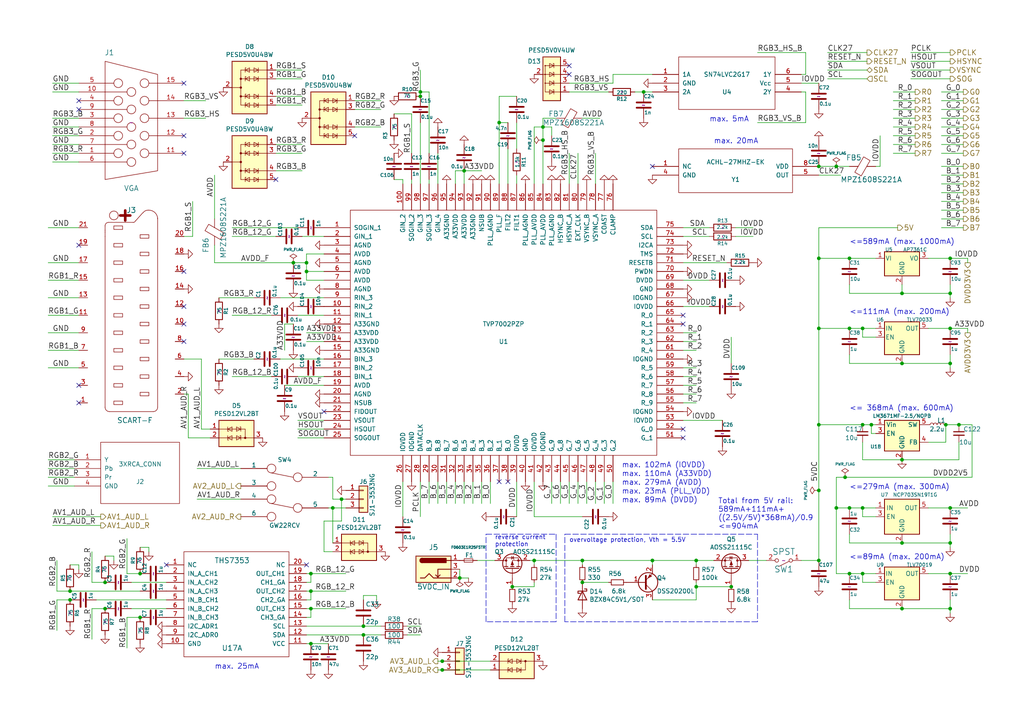
<source format=kicad_sch>
(kicad_sch (version 20211123) (generator eeschema)
  (paper "A4")
  (title_block (title "Open Source Scan Converter") (date "2023-05-18") (rev "1.8"))
  (junction (at 261.62 85.09))
  (junction (at 242.57 147.32))
  (junction (at 237.49 123.19))
  (junction (at 168.91 168.91))
  (junction (at 88.9 76.2))
  (junction (at 20.32 171.45))
  (junction (at 128.27 191.77))
  (junction (at 90.17 186.69))
  (junction (at 99.06 144.78))
  (junction (at 237.49 162.56))
  (junction (at 237.49 95.25))
  (junction (at 189.23 162.56))
  (junction (at 168.91 162.56))
  (junction (at 212.09 170.18))
  (junction (at 278.13 123.19))
  (junction (at 275.59 166.37))
  (junction (at 90.17 166.37))
  (junction (at 90.17 176.53))
  (junction (at 121.92 27.94))
  (junction (at 252.73 123.19))
  (junction (at 105.41 184.15))
  (junction (at 157.48 36.83))
  (junction (at 88.9 78.74))
  (junction (at 121.92 26.67))
  (junction (at 148.59 170.18))
  (junction (at 237.49 74.93))
  (junction (at 242.57 48.26))
  (junction (at 245.11 138.43))
  (junction (at 246.38 95.25))
  (junction (at 275.59 95.25))
  (junction (at 186.69 26.67))
  (junction (at 20.32 173.99))
  (junction (at 275.59 105.41))
  (junction (at 246.38 166.37))
  (junction (at 275.59 74.93))
  (junction (at 237.49 142.24))
  (junction (at 105.41 181.61))
  (junction (at 144.78 35.56))
  (junction (at 133.35 167.64))
  (junction (at 40.64 179.07))
  (junction (at 90.17 171.45))
  (junction (at 275.59 147.32))
  (junction (at 134.62 49.53))
  (junction (at 275.59 176.53))
  (junction (at 30.48 168.91))
  (junction (at 96.52 147.32))
  (junction (at 274.32 123.19))
  (junction (at 275.59 85.09))
  (junction (at 261.62 105.41))
  (junction (at 261.62 157.48))
  (junction (at 246.38 147.32))
  (junction (at 30.48 176.53))
  (junction (at 250.19 95.25))
  (junction (at 250.19 166.37))
  (junction (at 275.59 157.48))
  (junction (at 246.38 74.93))
  (junction (at 154.94 162.56))
  (junction (at 261.62 133.35))
  (junction (at 201.93 162.56))
  (junction (at 157.48 40.64))
  (junction (at 250.19 147.32))
  (junction (at 237.49 48.26))
  (junction (at 201.93 170.18))
  (junction (at 85.09 76.2))
  (junction (at 261.62 176.53))
  (junction (at 128.27 194.31))
  (junction (at 250.19 123.19))
  (junction (at 40.64 166.37))
  (no_connect (at 144.78 139.7))
  (no_connect (at 147.32 139.7))
  (no_connect (at 198.12 124.46))
  (no_connect (at 165.1 21.59))
  (no_connect (at 53.34 88.9))
  (no_connect (at 53.34 99.06))
  (no_connect (at 198.12 91.44))
  (no_connect (at 53.34 78.74))
  (no_connect (at 198.12 127))
  (no_connect (at 53.34 93.98))
  (no_connect (at 22.86 29.21))
  (no_connect (at 93.98 119.38))
  (no_connect (at 22.86 31.75))
  (no_connect (at 88.9 163.83))
  (no_connect (at 53.34 44.45))
  (no_connect (at 198.12 93.98))
  (no_connect (at 22.86 111.76))
  (no_connect (at 53.34 24.13))
  (no_connect (at 165.1 19.05))
  (no_connect (at 189.23 48.26))
  (no_connect (at 102.87 39.37))
  (no_connect (at 22.86 71.12))
  (no_connect (at 53.34 39.37))
  (no_connect (at 22.86 116.84))
  (no_connect (at 48.26 163.83))
  (no_connect (at 80.01 52.07))
  (wire (pts (xy 67.31 68.58) (xy 80.01 68.58)))
  (wire (pts (xy 201.93 111.76) (xy 198.12 111.76)))
  (wire (pts (xy 86.36 121.92) (xy 93.98 121.92)))
  (wire (pts (xy 176.53 168.91) (xy 168.91 168.91)))
  (wire (pts (xy 88.9 176.53) (xy 90.17 176.53)))
  (wire (pts (xy 237.49 95.25) (xy 237.49 74.93)))
  (wire (pts (xy 149.86 139.7) (xy 149.86 149.86)))
  (wire (pts (xy 87.63 68.58) (xy 93.98 68.58)))
  (wire (pts (xy 88.9 184.15) (xy 105.41 184.15)))
  (wire (pts (xy 127 146.05) (xy 127 139.7)))
  (wire (pts (xy 275.59 95.25) (xy 280.67 95.25)))
  (polyline (pts (xy 161.29 180.34) (xy 140.97 180.34)))
  (wire (pts (xy 201.93 163.83) (xy 201.93 162.56)))
  (wire (pts (xy 237.49 162.56) (xy 237.49 142.24)))
  (wire (pts (xy 139.7 146.05) (xy 139.7 139.7)))
  (wire (pts (xy 16.51 171.45) (xy 16.51 162.56)))
  (wire (pts (xy 237.49 48.26) (xy 242.57 48.26)))
  (wire (pts (xy 88.9 99.06) (xy 93.98 99.06)))
  (wire (pts (xy 237.49 66.04) (xy 237.49 74.93)))
  (wire (pts (xy 67.31 66.04) (xy 86.36 66.04)))
  (wire (pts (xy 87.63 41.91) (xy 80.01 41.91)))
  (wire (pts (xy 280.67 74.93) (xy 280.67 76.2)))
  (wire (pts (xy 281.94 138.43) (xy 245.11 138.43)))
  (wire (pts (xy 88.9 96.52) (xy 93.98 96.52)))
  (wire (pts (xy 109.22 173.99) (xy 109.22 172.72)))
  (wire (pts (xy 237.49 123.19) (xy 237.49 95.25)))
  (wire (pts (xy 273.05 48.26) (xy 279.4 48.26)))
  (wire (pts (xy 132.08 53.34) (xy 132.08 49.53)))
  (polyline (pts (xy 140.97 154.94) (xy 161.29 154.94)))
  (wire (pts (xy 279.4 39.37) (xy 273.05 39.37)))
  (wire (pts (xy 121.92 26.67) (xy 121.92 20.32)))
  (polyline (pts (xy 219.71 154.94) (xy 219.71 180.34)))
  (wire (pts (xy 121.92 184.15) (xy 118.11 184.15)))
  (wire (pts (xy 128.27 194.31) (xy 142.24 194.31)))
  (wire (pts (xy 22.86 96.52) (xy 13.97 96.52)))
  (wire (pts (xy 118.11 181.61) (xy 121.92 181.61)))
  (wire (pts (xy 144.78 27.94) (xy 144.78 35.56)))
  (wire (pts (xy 246.38 157.48) (xy 261.62 157.48)))
  (wire (pts (xy 82.55 111.76) (xy 93.98 111.76)))
  (wire (pts (xy 147.32 43.18) (xy 147.32 53.34)))
  (wire (pts (xy 198.12 68.58) (xy 205.74 68.58)))
  (wire (pts (xy 254 48.26) (xy 255.27 48.26)))
  (wire (pts (xy 154.94 36.83) (xy 154.94 53.34)))
  (wire (pts (xy 154.94 170.18) (xy 154.94 168.91)))
  (wire (pts (xy 124.46 146.05) (xy 124.46 139.7)))
  (wire (pts (xy 127 44.45) (xy 127 53.34)))
  (wire (pts (xy 264.16 22.86) (xy 275.59 22.86)))
  (wire (pts (xy 88.9 78.74) (xy 93.98 78.74)))
  (wire (pts (xy 246.38 85.09) (xy 261.62 85.09)))
  (wire (pts (xy 60.96 127) (xy 54.61 127)))
  (wire (pts (xy 250.19 168.91) (xy 254 168.91)))
  (wire (pts (xy 90.17 186.69) (xy 95.25 186.69)))
  (wire (pts (xy 53.34 104.14) (xy 58.42 104.14)))
  (wire (pts (xy 250.19 147.32) (xy 250.19 149.86)))
  (wire (pts (xy 240.03 17.78) (xy 251.46 17.78)))
  (wire (pts (xy 246.38 176.53) (xy 261.62 176.53)))
  (wire (pts (xy 88.9 166.37) (xy 90.17 166.37)))
  (wire (pts (xy 16.51 173.99) (xy 16.51 182.88)))
  (wire (pts (xy 177.8 139.7) (xy 177.8 146.05)))
  (wire (pts (xy 275.59 166.37) (xy 280.67 166.37)))
  (wire (pts (xy 137.16 146.05) (xy 137.16 139.7)))
  (wire (pts (xy 275.59 176.53) (xy 275.59 173.99)))
  (wire (pts (xy 20.32 173.99) (xy 16.51 173.99)))
  (wire (pts (xy 218.44 66.04) (xy 213.36 66.04)))
  (polyline (pts (xy 219.71 180.34) (xy 163.83 180.34)))
  (wire (pts (xy 134.62 49.53) (xy 134.62 53.34)))
  (wire (pts (xy 26.67 185.42) (xy 26.67 176.53)))
  (wire (pts (xy 280.67 95.25) (xy 280.67 96.52)))
  (wire (pts (xy 88.9 81.28) (xy 88.9 78.74)))
  (wire (pts (xy 278.13 133.35) (xy 278.13 128.27)))
  (wire (pts (xy 48.26 168.91) (xy 38.1 168.91)))
  (wire (pts (xy 90.17 171.45) (xy 100.33 171.45)))
  (wire (pts (xy 96.52 138.43) (xy 95.25 138.43)))
  (wire (pts (xy 57.15 144.78) (xy 69.85 144.78)))
  (wire (pts (xy 167.64 44.45) (xy 167.64 53.34)))
  (wire (pts (xy 142.24 146.05) (xy 142.24 139.7)))
  (wire (pts (xy 254 95.25) (xy 250.19 95.25)))
  (wire (pts (xy 15.24 152.4) (xy 29.21 152.4)))
  (wire (pts (xy 177.8 21.59) (xy 177.8 24.13)))
  (wire (pts (xy 100.33 147.32) (xy 96.52 147.32)))
  (wire (pts (xy 275.59 102.87) (xy 275.59 105.41)))
  (wire (pts (xy 273.05 58.42) (xy 279.4 58.42)))
  (wire (pts (xy 273.05 41.91) (xy 279.4 41.91)))
  (wire (pts (xy 168.91 162.56) (xy 189.23 162.56)))
  (wire (pts (xy 275.59 157.48) (xy 275.59 158.75)))
  (wire (pts (xy 259.08 36.83) (xy 265.43 36.83)))
  (wire (pts (xy 168.91 149.86) (xy 154.94 149.86)))
  (wire (pts (xy 15.24 39.37) (xy 22.86 39.37)))
  (wire (pts (xy 53.34 68.58) (xy 55.88 68.58)))
  (wire (pts (xy 93.98 109.22) (xy 86.36 109.22)))
  (wire (pts (xy 121.92 139.7) (xy 121.92 149.86)))
  (wire (pts (xy 16.51 171.45) (xy 20.32 171.45)))
  (wire (pts (xy 269.24 147.32) (xy 275.59 147.32)))
  (wire (pts (xy 237.49 162.56) (xy 232.41 162.56)))
  (wire (pts (xy 90.17 173.99) (xy 90.17 171.45)))
  (wire (pts (xy 157.48 40.64) (xy 157.48 53.34)))
  (wire (pts (xy 88.9 179.07) (xy 90.17 179.07)))
  (wire (pts (xy 279.4 50.8) (xy 273.05 50.8)))
  (wire (pts (xy 20.32 171.45) (xy 40.64 171.45)))
  (wire (pts (xy 57.15 135.89) (xy 69.85 135.89)))
  (wire (pts (xy 218.44 68.58) (xy 213.36 68.58)))
  (wire (pts (xy 254 125.73) (xy 252.73 125.73)))
  (polyline (pts (xy 163.83 180.34) (xy 163.83 154.94)))
  (wire (pts (xy 168.91 163.83) (xy 168.91 162.56)))
  (wire (pts (xy 219.71 35.56) (xy 233.68 35.56)))
  (wire (pts (xy 172.72 139.7) (xy 172.72 146.05)))
  (wire (pts (xy 189.23 163.83) (xy 189.23 162.56)))
  (wire (pts (xy 132.08 49.53) (xy 134.62 49.53)))
  (wire (pts (xy 96.52 157.48) (xy 96.52 147.32)))
  (wire (pts (xy 269.24 128.27) (xy 274.32 128.27)))
  (wire (pts (xy 78.74 91.44) (xy 67.31 91.44)))
  (polyline (pts (xy 161.29 154.94) (xy 161.29 180.34)))
  (wire (pts (xy 67.31 109.22) (xy 78.74 109.22)))
  (wire (pts (xy 157.48 34.29) (xy 157.48 36.83)))
  (wire (pts (xy 134.62 146.05) (xy 134.62 139.7)))
  (wire (pts (xy 22.86 46.99) (xy 15.24 46.99)))
  (wire (pts (xy 36.83 166.37) (xy 40.64 166.37)))
  (wire (pts (xy 275.59 105.41) (xy 275.59 106.68)))
  (wire (pts (xy 132.08 146.05) (xy 132.08 139.7)))
  (wire (pts (xy 105.41 184.15) (xy 110.49 184.15)))
  (wire (pts (xy 237.49 95.25) (xy 246.38 95.25)))
  (wire (pts (xy 165.1 44.45) (xy 165.1 53.34)))
  (wire (pts (xy 55.88 68.58) (xy 55.88 58.42)))
  (wire (pts (xy 116.84 53.34) (xy 116.84 52.07)))
  (wire (pts (xy 172.72 53.34) (xy 172.72 44.45)))
  (wire (pts (xy 157.48 36.83) (xy 160.02 36.83)))
  (wire (pts (xy 93.98 91.44) (xy 86.36 91.44)))
  (wire (pts (xy 13.97 133.35) (xy 21.59 133.35)))
  (wire (pts (xy 22.86 86.36) (xy 13.97 86.36)))
  (wire (pts (xy 278.13 123.19) (xy 281.94 123.19)))
  (wire (pts (xy 153.67 162.56) (xy 154.94 162.56)))
  (wire (pts (xy 237.49 50.8) (xy 243.84 50.8)))
  (wire (pts (xy 22.86 66.04) (xy 13.97 66.04)))
  (wire (pts (xy 259.08 26.67) (xy 265.43 26.67)))
  (wire (pts (xy 222.25 162.56) (xy 217.17 162.56)))
  (wire (pts (xy 242.57 147.32) (xy 246.38 147.32)))
  (wire (pts (xy 246.38 166.37) (xy 250.19 166.37)))
  (wire (pts (xy 265.43 44.45) (xy 259.08 44.45)))
  (wire (pts (xy 279.4 55.88) (xy 273.05 55.88)))
  (wire (pts (xy 198.12 121.92) (xy 209.55 121.92)))
  (wire (pts (xy 99.06 144.78) (xy 99.06 151.13)))
  (wire (pts (xy 33.02 162.56) (xy 33.02 161.29)))
  (wire (pts (xy 201.93 170.18) (xy 201.93 173.99)))
  (wire (pts (xy 160.02 146.05) (xy 160.02 139.7)))
  (wire (pts (xy 54.61 114.3) (xy 54.61 127)))
  (wire (pts (xy 121.92 27.94) (xy 121.92 26.67)))
  (wire (pts (xy 246.38 157.48) (xy 246.38 154.94)))
  (wire (pts (xy 53.34 34.29) (xy 59.69 34.29)))
  (wire (pts (xy 43.18 158.75) (xy 40.64 158.75)))
  (wire (pts (xy 36.83 156.21) (xy 36.83 166.37)))
  (wire (pts (xy 80.01 44.45) (xy 87.63 44.45)))
  (wire (pts (xy 198.12 76.2) (xy 210.82 76.2)))
  (wire (pts (xy 269.24 74.93) (xy 275.59 74.93)))
  (wire (pts (xy 15.24 149.86) (xy 29.21 149.86)))
  (wire (pts (xy 110.49 29.21) (xy 102.87 29.21)))
  (wire (pts (xy 88.9 73.66) (xy 93.98 73.66)))
  (wire (pts (xy 90.17 166.37) (xy 100.33 166.37)))
  (wire (pts (xy 102.87 36.83) (xy 110.49 36.83)))
  (wire (pts (xy 22.86 41.91) (xy 15.24 41.91)))
  (wire (pts (xy 62.23 71.12) (xy 62.23 76.2)))
  (wire (pts (xy 154.94 139.7) (xy 154.94 149.86)))
  (wire (pts (xy 240.03 22.86) (xy 251.46 22.86)))
  (wire (pts (xy 269.24 166.37) (xy 275.59 166.37)))
  (wire (pts (xy 279.4 44.45) (xy 273.05 44.45)))
  (wire (pts (xy 13.97 140.97) (xy 21.59 140.97)))
  (wire (pts (xy 189.23 162.56) (xy 201.93 162.56)))
  (wire (pts (xy 58.42 104.14) (xy 58.42 124.46)))
  (wire (pts (xy 265.43 34.29) (xy 259.08 34.29)))
  (wire (pts (xy 90.17 179.07) (xy 90.17 176.53)))
  (wire (pts (xy 88.9 78.74) (xy 88.9 76.2)))
  (wire (pts (xy 88.9 173.99) (xy 90.17 173.99)))
  (wire (pts (xy 250.19 95.25) (xy 250.19 97.79)))
  (wire (pts (xy 246.38 102.87) (xy 246.38 105.41)))
  (wire (pts (xy 246.38 176.53) (xy 246.38 173.99)))
  (wire (pts (xy 48.26 176.53) (xy 38.1 176.53)))
  (wire (pts (xy 240.03 20.32) (xy 251.46 20.32)))
  (wire (pts (xy 237.49 66.04) (xy 260.35 66.04)))
  (wire (pts (xy 254 166.37) (xy 250.19 166.37)))
  (wire (pts (xy 168.91 162.56) (xy 154.94 162.56)))
  (wire (pts (xy 201.93 116.84) (xy 198.12 116.84)))
  (wire (pts (xy 255.27 48.26) (xy 255.27 39.37)))
  (wire (pts (xy 201.93 168.91) (xy 201.93 170.18)))
  (wire (pts (xy 201.93 109.22) (xy 198.12 109.22)))
  (wire (pts (xy 233.68 35.56) (xy 233.68 26.67)))
  (wire (pts (xy 279.4 60.96) (xy 273.05 60.96)))
  (wire (pts (xy 184.15 26.67) (xy 186.69 26.67)))
  (wire (pts (xy 88.9 81.28) (xy 93.98 81.28)))
  (wire (pts (xy 22.86 163.83) (xy 20.32 163.83)))
  (wire (pts (xy 148.59 170.18) (xy 154.94 170.18)))
  (wire (pts (xy 62.23 76.2) (xy 85.09 76.2)))
  (wire (pts (xy 82.55 93.98) (xy 85.09 93.98)))
  (wire (pts (xy 53.34 114.3) (xy 54.61 114.3)))
  (wire (pts (xy 43.18 160.02) (xy 43.18 158.75)))
  (wire (pts (xy 157.48 36.83) (xy 157.48 40.64)))
  (wire (pts (xy 281.94 123.19) (xy 281.94 138.43)))
  (wire (pts (xy 93.98 151.13) (xy 93.98 160.02)))
  (wire (pts (xy 86.36 124.46) (xy 93.98 124.46)))
  (wire (pts (xy 165.1 26.67) (xy 176.53 26.67)))
  (wire (pts (xy 250.19 149.86) (xy 254 149.86)))
  (wire (pts (xy 160.02 36.83) (xy 160.02 39.37)))
  (wire (pts (xy 96.52 144.78) (xy 99.06 144.78)))
  (wire (pts (xy 26.67 168.91) (xy 26.67 160.02)))
  (wire (pts (xy 250.19 166.37) (xy 250.19 168.91)))
  (wire (pts (xy 165.1 146.05) (xy 165.1 139.7)))
  (wire (pts (xy 90.17 168.91) (xy 90.17 166.37)))
  (wire (pts (xy 22.86 91.44) (xy 13.97 91.44)))
  (wire (pts (xy 205.74 66.04) (xy 198.12 66.04)))
  (wire (pts (xy 162.56 146.05) (xy 162.56 139.7)))
  (wire (pts (xy 246.38 95.25) (xy 250.19 95.25)))
  (wire (pts (xy 85.09 76.2) (xy 88.9 76.2)))
  (wire (pts (xy 36.83 179.07) (xy 40.64 179.07)))
  (wire (pts (xy 274.32 128.27) (xy 274.32 123.19)))
  (wire (pts (xy 80.01 22.86) (xy 87.63 22.86)))
  (wire (pts (xy 201.93 96.52) (xy 198.12 96.52)))
  (wire (pts (xy 90.17 176.53) (xy 100.33 176.53)))
  (wire (pts (xy 63.5 86.36) (xy 73.66 86.36)))
  (wire (pts (xy 261.62 82.55) (xy 261.62 85.09)))
  (wire (pts (xy 15.24 44.45) (xy 22.86 44.45)))
  (wire (pts (xy 237.49 142.24) (xy 237.49 123.19)))
  (wire (pts (xy 93.98 160.02) (xy 96.52 160.02)))
  (wire (pts (xy 265.43 39.37) (xy 259.08 39.37)))
  (wire (pts (xy 240.03 15.24) (xy 251.46 15.24)))
  (wire (pts (xy 201.93 106.68) (xy 198.12 106.68)))
  (wire (pts (xy 261.62 157.48) (xy 275.59 157.48)))
  (wire (pts (xy 265.43 29.21) (xy 259.08 29.21)))
  (wire (pts (xy 219.71 15.24) (xy 233.68 15.24)))
  (wire (pts (xy 53.34 29.21) (xy 59.69 29.21)))
  (wire (pts (xy 124.46 52.07) (xy 124.46 53.34)))
  (wire (pts (xy 233.68 15.24) (xy 233.68 21.59)))
  (wire (pts (xy 245.11 138.43) (xy 242.57 138.43)))
  (wire (pts (xy 149.86 27.94) (xy 144.78 27.94)))
  (wire (pts (xy 88.9 181.61) (xy 105.41 181.61)))
  (wire (pts (xy 154.94 36.83) (xy 157.48 36.83)))
  (wire (pts (xy 121.92 35.56) (xy 121.92 53.34)))
  (wire (pts (xy 22.86 26.67) (xy 15.24 26.67)))
  (wire (pts (xy 88.9 171.45) (xy 90.17 171.45)))
  (wire (pts (xy 124.46 26.67) (xy 124.46 44.45)))
  (wire (pts (xy 250.19 133.35) (xy 261.62 133.35)))
  (wire (pts (xy 167.64 146.05) (xy 167.64 139.7)))
  (wire (pts (xy 134.62 49.53) (xy 139.7 49.53)))
  (wire (pts (xy 242.57 147.32) (xy 242.57 166.37)))
  (wire (pts (xy 116.84 52.07) (xy 114.3 52.07)))
  (wire (pts (xy 273.05 36.83) (xy 279.4 36.83)))
  (wire (pts (xy 261.62 105.41) (xy 275.59 105.41)))
  (wire (pts (xy 133.35 165.1) (xy 133.35 167.64)))
  (wire (pts (xy 269.24 95.25) (xy 275.59 95.25)))
  (wire (pts (xy 88.9 168.91) (xy 90.17 168.91)))
  (wire (pts (xy 22.86 81.28) (xy 13.97 81.28)))
  (wire (pts (xy 252.73 125.73) (xy 252.73 123.19)))
  (wire (pts (xy 275.59 82.55) (xy 275.59 85.09)))
  (wire (pts (xy 22.86 101.6) (xy 13.97 101.6)))
  (wire (pts (xy 259.08 31.75) (xy 265.43 31.75)))
  (wire (pts (xy 233.68 21.59) (xy 232.41 21.59)))
  (wire (pts (xy 201.93 101.6) (xy 198.12 101.6)))
  (wire (pts (xy 250.19 123.19) (xy 237.49 123.19)))
  (wire (pts (xy 237.49 74.93) (xy 246.38 74.93)))
  (wire (pts (xy 109.22 172.72) (xy 105.41 172.72)))
  (wire (pts (xy 99.06 151.13) (xy 93.98 151.13)))
  (wire (pts (xy 250.19 128.27) (xy 250.19 133.35)))
  (wire (pts (xy 252.73 123.19) (xy 254 123.19)))
  (wire (pts (xy 246.38 48.26) (xy 242.57 48.26)))
  (wire (pts (xy 198.12 88.9) (xy 205.74 88.9)))
  (wire (pts (xy 279.4 34.29) (xy 273.05 34.29)))
  (wire (pts (xy 135.89 167.64) (xy 133.35 167.64)))
  (wire (pts (xy 58.42 124.46) (xy 60.96 124.46)))
  (wire (pts (xy 198.12 81.28) (xy 205.74 81.28)))
  (wire (pts (xy 264.16 17.78) (xy 275.59 17.78)))
  (wire (pts (xy 275.59 176.53) (xy 275.59 177.8)))
  (wire (pts (xy 168.91 34.29) (xy 173.99 34.29)))
  (wire (pts (xy 275.59 74.93) (xy 280.67 74.93)))
  (wire (pts (xy 161.29 34.29) (xy 157.48 34.29)))
  (wire (pts (xy 128.27 191.77) (xy 142.24 191.77)))
  (wire (pts (xy 186.69 26.67) (xy 189.23 26.67)))
  (wire (pts (xy 143.51 162.56) (xy 138.43 162.56)))
  (wire (pts (xy 119.38 33.02) (xy 119.38 44.45)))
  (wire (pts (xy 96.52 144.78) (xy 96.52 138.43)))
  (wire (pts (xy 177.8 24.13) (xy 165.1 24.13)))
  (wire (pts (xy 81.28 86.36) (xy 93.98 86.36)))
  (wire (pts (xy 80.01 27.94) (xy 87.63 27.94)))
  (wire (pts (xy 274.32 123.19) (xy 278.13 123.19)))
  (wire (pts (xy 279.4 29.21) (xy 273.05 29.21)))
  (wire (pts (xy 252.73 123.19) (xy 250.19 123.19)))
  (wire (pts (xy 201.93 99.06) (xy 198.12 99.06)))
  (wire (pts (xy 189.23 173.99) (xy 201.93 173.99)))
  (wire (pts (xy 62.23 50.8) (xy 62.23 63.5)))
  (wire (pts (xy 246.38 74.93) (xy 254 74.93)))
  (polyline (pts (xy 140.97 180.34) (xy 140.97 154.94)))
  (wire (pts (xy 87.63 30.48) (xy 80.01 30.48)))
  (wire (pts (xy 264.16 15.24) (xy 275.59 15.24)))
  (wire (pts (xy 127 191.77) (xy 128.27 191.77)))
  (wire (pts (xy 254 147.32) (xy 250.19 147.32)))
  (wire (pts (xy 246.38 147.32) (xy 250.19 147.32)))
  (wire (pts (xy 22.86 106.68) (xy 13.97 106.68)))
  (wire (pts (xy 275.59 157.48) (xy 275.59 154.94)))
  (wire (pts (xy 88.9 186.69) (xy 90.17 186.69)))
  (wire (pts (xy 212.09 105.41) (xy 212.09 97.79)))
  (wire (pts (xy 261.62 176.53) (xy 275.59 176.53)))
  (wire (pts (xy 207.01 162.56) (xy 201.93 162.56)))
  (wire (pts (xy 246.38 82.55) (xy 246.38 85.09)))
  (wire (pts (xy 102.87 31.75) (xy 110.49 31.75)))
  (wire (pts (xy 26.67 176.53) (xy 30.48 176.53)))
  (wire (pts (xy 273.05 63.5) (xy 279.4 63.5)))
  (wire (pts (xy 189.23 21.59) (xy 177.8 21.59)))
  (wire (pts (xy 15.24 34.29) (xy 22.86 34.29)))
  (wire (pts (xy 13.97 135.89) (xy 21.59 135.89)))
  (wire (pts (xy 88.9 76.2) (xy 88.9 73.66)))
  (wire (pts (xy 124.46 26.67) (xy 121.92 26.67)))
  (wire (pts (xy 273.05 31.75) (xy 279.4 31.75)))
  (wire (pts (xy 13.97 138.43) (xy 21.59 138.43)))
  (wire (pts (xy 261.62 85.09) (xy 275.59 85.09)))
  (wire (pts (xy 129.54 146.05) (xy 129.54 139.7)))
  (wire (pts (xy 30.48 168.91) (xy 26.67 168.91)))
  (wire (pts (xy 82.55 101.6) (xy 82.55 93.98)))
  (wire (pts (xy 22.86 165.1) (xy 22.86 163.83)))
  (wire (pts (xy 63.5 104.14) (xy 73.66 104.14)))
  (wire (pts (xy 22.86 76.2) (xy 13.97 76.2)))
  (wire (pts (xy 246.38 105.41) (xy 261.62 105.41)))
  (wire (pts (xy 149.86 35.56) (xy 149.86 43.18)))
  (wire (pts (xy 144.78 35.56) (xy 144.78 53.34)))
  (wire (pts (xy 127 194.31) (xy 128.27 194.31)))
  (wire (pts (xy 275.59 147.32) (xy 280.67 147.32)))
  (wire (pts (xy 232.41 26.67) (xy 233.68 26.67)))
  (wire (pts (xy 114.3 33.02) (xy 119.38 33.02)))
  (polyline (pts (xy 163.83 154.94) (xy 219.71 154.94)))
  (wire (pts (xy 22.86 24.13) (xy 15.24 24.13)))
  (wire (pts (xy 273.05 26.67) (xy 279.4 26.67)))
  (wire (pts (xy 105.41 181.61) (xy 110.49 181.61)))
  (wire (pts (xy 27.94 173.99) (xy 48.26 173.99)))
  (wire (pts (xy 147.32 35.56) (xy 144.78 35.56)))
  (wire (pts (xy 170.18 146.05) (xy 170.18 139.7)))
  (wire (pts (xy 36.83 179.07) (xy 36.83 187.96)))
  (wire (pts (xy 275.59 85.09) (xy 275.59 86.36)))
  (wire (pts (xy 99.06 144.78) (xy 100.33 144.78)))
  (wire (pts (xy 279.4 66.04) (xy 273.05 66.04)))
  (wire (pts (xy 116.84 139.7) (xy 116.84 149.86)))
  (wire (pts (xy 154.94 163.83) (xy 154.94 162.56)))
  (wire (pts (xy 93.98 104.14) (xy 81.28 104.14)))
  (wire (pts (xy 232.41 24.13) (xy 237.49 24.13)))
  (wire (pts (xy 201.93 114.3) (xy 198.12 114.3)))
  (wire (pts (xy 22.86 36.83) (xy 15.24 36.83)))
  (wire (pts (xy 273.05 53.34) (xy 279.4 53.34)))
  (wire (pts (xy 242.57 138.43) (xy 242.57 147.32)))
  (wire (pts (xy 250.19 97.79) (xy 254 97.79)))
  (wire (pts (xy 119.38 53.34) (xy 119.38 52.07)))
  (wire (pts (xy 212.09 170.18) (xy 201.93 170.18)))
  (wire (pts (xy 261.62 133.35) (xy 278.13 133.35)))
  (wire (pts (xy 259.08 41.91) (xy 265.43 41.91)))
  (wire (pts (xy 105.41 172.72) (xy 105.41 173.99)))
  (wire (pts (xy 80.01 20.32) (xy 87.63 20.32)))
  (wire (pts (xy 80.01 49.53) (xy 87.63 49.53)))
  (wire (pts (xy 242.57 166.37) (xy 246.38 166.37)))
  (wire (pts (xy 264.16 20.32) (xy 275.59 20.32)))
  (wire (pts (xy 96.52 147.32) (xy 95.25 147.32)))
  (wire (pts (xy 33.02 161.29) (xy 30.48 161.29)))
  (wire (pts (xy 149.86 53.34) (xy 149.86 50.8)))
  (wire (pts (xy 175.26 139.7) (xy 175.26 146.05)))
  (wire (pts (xy 86.36 127) (xy 93.98 127)))
  (text "max. 25mA" (at 62.23 194.31 0) (effects (font (size 1.524 1.524)) (justify left bottom)))
  (text "<=589mA (max. 1000mA)" (at 246.38 71.12 0) (effects (font (size 1.524 1.524)) (justify left bottom)))
  (text "max. 20mA" (at 207.01 41.91 0) (effects (font (size 1.524 1.524)) (justify left bottom)))
  (text "<=279mA (max. 300mA)" (at 246.38 142.24 0) (effects (font (size 1.524 1.524)) (justify left bottom)))
  (text "max. 279mA (AVDD)" (at 180.34 140.97 0) (effects (font (size 1.524 1.524)) (justify left bottom)))
  (text "<=111mA (max. 200mA)" (at 246.38 91.44 0) (effects (font (size 1.524 1.524)) (justify left bottom)))
  (text "max. 23mA (PLL_VDD)" (at 180.34 143.51 0) (effects (font (size 1.524 1.524)) (justify left bottom)))
  (text "max. 89mA (DVDD)" (at 180.34 146.05 0) (effects (font (size 1.524 1.524)) (justify left bottom)))
  (text "max. 110mA (A33VDD)" (at 180.34 138.43 0) (effects (font (size 1.524 1.524)) (justify left bottom)))
  (text "reverse current\nprotection" (at 143.51 158.75 0) (effects (font (size 1.27 1.27)) (justify left bottom)))
  (text "<= 368mA (max. 600mA)" (at 246.38 119.38 0) (effects (font (size 1.524 1.524)) (justify left bottom)))
  (text "Total from 5V rail:\n589mA+111mA+\n((2.5V/5V)*368mA)/0.9\n<=904mA" (at 208.28 153.67 0) (effects (font (size 1.524 1.524)) (justify left bottom)))
  (text "max. 102mA (IOVDD)" (at 180.34 135.89 0) (effects (font (size 1.524 1.524)) (justify left bottom)))
  (text "max. 5mA" (at 205.74 35.56 0) (effects (font (size 1.524 1.524)) (justify left bottom)))
  (text "overvoltage protection, Vth = 5.5V" (at 165.1 157.48 0) (effects (font (size 1.27 1.27)) (justify left bottom)))
  (text "<=89mA (max. 200mA)" (at 246.38 162.56 0) (effects (font (size 1.524 1.524)) (justify left bottom)))
  (label "RGB3_B" (at 80.01 49.53 0) (effects (font (size 1.524 1.524))))
  (label "RGB2_R" (at 26.67 167.64 90) (effects (font (size 1.524 1.524))))
  (label "B_5" (at 129.54 144.78 90) (effects (font (size 1.524 1.524))))
  (label "G_1" (at 274.32 29.21 0) (effects (font (size 1.524 1.524))))
  (label "RGB3_R" (at 80.01 41.91 0) (effects (font (size 1.524 1.524))))
  (label "B_3" (at 134.62 144.78 90) (effects (font (size 1.524 1.524))))
  (label "B_6" (at 127 144.78 90) (effects (font (size 1.524 1.524))))
  (label "G_7" (at 160.02 144.78 90) (effects (font (size 1.524 1.524))))
  (label "RGB1_S" (at 80.01 20.32 0) (effects (font (size 1.524 1.524))))
  (label "RGB3_G" (at 80.01 44.45 0) (effects (font (size 1.524 1.524))))
  (label "G_5" (at 165.1 144.78 90) (effects (font (size 1.524 1.524))))
  (label "R_4" (at 260.35 36.83 0) (effects (font (size 1.524 1.524))))
  (label "GND" (at 15.24 140.97 0) (effects (font (size 1.524 1.524))))
  (label "RGB3_B" (at 15.24 34.29 0) (effects (font (size 1.524 1.524))))
  (label "R_7" (at 199.39 116.84 0) (effects (font (size 1.524 1.524))))
  (label "RGB_12_B" (at 67.31 109.22 0) (effects (font (size 1.524 1.524))))
  (label "G_2" (at 274.32 31.75 0) (effects (font (size 1.524 1.524))))
  (label "DVDD2V5" (at 270.51 138.43 0) (effects (font (size 1.524 1.524))))
  (label "RGB1_R" (at 13.97 81.28 0) (effects (font (size 1.524 1.524))))
  (label "B_7" (at 124.46 144.78 90) (effects (font (size 1.524 1.524))))
  (label "RGB3_B" (at 64.77 104.14 0) (effects (font (size 1.524 1.524))))
  (label "B_0" (at 142.24 144.78 90) (effects (font (size 1.524 1.524))))
  (label "GND" (at 15.24 96.52 0) (effects (font (size 1.524 1.524))))
  (label "AVDD" (at 168.91 34.29 0) (effects (font (size 1.524 1.524))))
  (label "IOVDD" (at 154.94 148.59 90) (effects (font (size 1.524 1.524))))
  (label "SOGOUT" (at 86.36 127 0) (effects (font (size 1.524 1.524))))
  (label "IOVDD" (at 276.86 74.93 0) (effects (font (size 1.524 1.524))))
  (label "R_0" (at 260.35 26.67 0) (effects (font (size 1.524 1.524))))
  (label "A33VDD" (at 276.86 95.25 0) (effects (font (size 1.524 1.524))))
  (label "B_1" (at 139.7 144.78 90) (effects (font (size 1.524 1.524))))
  (label "IOVDD" (at 232.41 24.13 0) (effects (font (size 1.524 1.524))))
  (label "RGB3_VS_B" (at 219.71 35.56 0) (effects (font (size 1.524 1.524))))
  (label "RGB3_HS" (at 166.37 24.13 0) (effects (font (size 1.524 1.524))))
  (label "RGB1_S" (at 55.88 67.31 90) (effects (font (size 1.524 1.524))))
  (label "R_6" (at 260.35 41.91 0) (effects (font (size 1.524 1.524))))
  (label "RGB_12_R" (at 91.44 171.45 0) (effects (font (size 1.524 1.524))))
  (label "SCL" (at 200.66 68.58 0) (effects (font (size 1.524 1.524))))
  (label "G_6" (at 274.32 41.91 0) (effects (font (size 1.524 1.524))))
  (label "RGB3_VS" (at 166.37 26.67 0) (effects (font (size 1.524 1.524))))
  (label "R_3" (at 260.35 34.29 0) (effects (font (size 1.524 1.524))))
  (label "GND" (at 15.24 66.04 0) (effects (font (size 1.524 1.524))))
  (label "RGB_12_G" (at 91.44 166.37 0) (effects (font (size 1.524 1.524))))
  (label "G_4" (at 167.64 144.78 90) (effects (font (size 1.524 1.524))))
  (label "RGB_12_G" (at 67.31 68.58 0) (effects (font (size 1.524 1.524))))
  (label "G_6" (at 162.56 144.78 90) (effects (font (size 1.524 1.524))))
  (label "RGB1_B" (at 36.83 187.96 90) (effects (font (size 1.524 1.524))))
  (label "R_5" (at 199.39 111.76 0) (effects (font (size 1.524 1.524))))
  (label "R_4" (at 199.39 109.22 0) (effects (font (size 1.524 1.524))))
  (label "IOVDD" (at 116.84 147.32 90) (effects (font (size 1.524 1.524))))
  (label "R_3" (at 199.39 106.68 0) (effects (font (size 1.524 1.524))))
  (label "R_5" (at 260.35 39.37 0) (effects (font (size 1.524 1.524))))
  (label "G_0" (at 274.32 26.67 0) (effects (font (size 1.524 1.524))))
  (label "RESET_N" (at 200.66 76.2 0) (effects (font (size 1.524 1.524))))
  (label "IOVDD" (at 199.39 88.9 0) (effects (font (size 1.524 1.524))))
  (label "R_1" (at 260.35 29.21 0) (effects (font (size 1.524 1.524))))
  (label "RGB1_S" (at 119.38 44.45 90) (effects (font (size 1.524 1.524))))
  (label "G_0" (at 177.8 144.78 90) (effects (font (size 1.524 1.524))))
  (label "RGB3_R" (at 15.24 44.45 0) (effects (font (size 1.524 1.524))))
  (label "HSOUT" (at 86.36 124.46 0) (effects (font (size 1.524 1.524))))
  (label "RGB1_G" (at 16.51 182.88 90) (effects (font (size 1.524 1.524))))
  (label "R_1" (at 199.39 99.06 0) (effects (font (size 1.524 1.524))))
  (label "A33VDD" (at 92.71 186.69 0) (effects (font (size 1.524 1.524))))
  (label "B_0" (at 274.32 48.26 0) (effects (font (size 1.524 1.524))))
  (label "DVDD" (at 149.86 147.32 90) (effects (font (size 1.524 1.524))))
  (label "AV1_AUD_R" (at 57.15 144.78 0) (effects (font (size 1.524 1.524))))
  (label "R_7" (at 260.35 44.45 0) (effects (font (size 1.524 1.524))))
  (label "RGB2_B" (at 102.87 36.83 0) (effects (font (size 1.524 1.524))))
  (label "AV1_AUD_L" (at 57.15 135.89 0) (effects (font (size 1.524 1.524))))
  (label "AV1_AUD_L" (at 15.24 149.86 0) (effects (font (size 1.524 1.524))))
  (label "RGB2_R" (at 102.87 29.21 0) (effects (font (size 1.524 1.524))))
  (label "R_0" (at 199.39 96.52 0) (effects (font (size 1.524 1.524))))
  (label "PCLK" (at 264.16 15.24 0) (effects (font (size 1.524 1.524))))
  (label "G_5" (at 274.32 39.37 0) (effects (font (size 1.524 1.524))))
  (label "RGB_12_G" (at 67.31 66.04 0) (effects (font (size 1.524 1.524))))
  (label "A33VDD" (at 88.9 96.52 0) (effects (font (size 1.524 1.524))))
  (label "VSOUT" (at 264.16 20.32 0) (effects (font (size 1.524 1.524))))
  (label "B_1" (at 274.32 50.8 0) (effects (font (size 1.524 1.524))))
  (label "IOVDD" (at 214.63 66.04 0) (effects (font (size 1.524 1.524))))
  (label "RGB3_R" (at 64.77 86.36 0) (effects (font (size 1.524 1.524))))
  (label "IOVDD" (at 255.27 46.99 90) (effects (font (size 1.524 1.524))))
  (label "B_7" (at 274.32 66.04 0) (effects (font (size 1.524 1.524))))
  (label "IOVDD" (at 200.66 121.92 0) (effects (font (size 1.524 1.524))))
  (label "AVDD_F" (at 69.85 76.2 0) (effects (font (size 1.524 1.524))))
  (label "RGB3_HS_B" (at 219.71 15.24 0) (effects (font (size 1.524 1.524))))
  (label "RGB1_G" (at 80.01 22.86 0) (effects (font (size 1.524 1.524))))
  (label "A33VDD" (at 88.9 99.06 0) (effects (font (size 1.524 1.524))))
  (label "G_3" (at 274.32 34.29 0) (effects (font (size 1.524 1.524))))
  (label "RGB_12_B" (at 91.44 176.53 0) (effects (font (size 1.524 1.524))))
  (label "RGB3_VS_B" (at 172.72 50.8 90) (effects (font (size 1.524 1.524))))
  (label "AV1_AUD_R" (at 15.24 152.4 0) (effects (font (size 1.524 1.524))))
  (label "R_6" (at 199.39 114.3 0) (effects (font (size 1.524 1.524))))
  (label "RGB1_B" (at 80.01 27.94 0) (effects (font (size 1.524 1.524))))
  (label "RGB1_B" (at 13.97 101.6 0) (effects (font (size 1.524 1.524))))
  (label "GND" (at 15.24 41.91 0) (effects (font (size 1.524 1.524))))
  (label "GND" (at 15.24 26.67 0) (effects (font (size 1.524 1.524))))
  (label "RGB3_G" (at 121.92 26.67 90) (effects (font (size 1.524 1.524))))
  (label "GND" (at 15.24 24.13 0) (effects (font (size 1.524 1.524))))
  (label "AV1_AUD_R" (at 54.61 124.46 90) (effects (font (size 1.524 1.524))))
  (label "PCLK" (at 121.92 148.59 90) (effects (font (size 1.524 1.524))))
  (label "G_2" (at 172.72 140.97 270) (effects (font (size 1.524 1.524))))
  (label "SCL" (at 118.11 181.61 0) (effects (font (size 1.524 1.524))))
  (label "B_2" (at 274.32 53.34 0) (effects (font (size 1.524 1.524))))
  (label "RGB2_G" (at 102.87 31.75 0) (effects (font (size 1.524 1.524))))
  (label "RGB2_B" (at 13.97 135.89 0) (effects (font (size 1.524 1.524))))
  (label "G_1" (at 175.26 140.97 270) (effects (font (size 1.524 1.524))))
  (label "CLK27" (at 240.03 15.24 0) (effects (font (size 1.524 1.524))))
  (label "G_4" (at 274.32 36.83 0) (effects (font (size 1.524 1.524))))
  (label "SDA" (at 118.11 184.15 0) (effects (font (size 1.524 1.524))))
  (label "CLK27" (at 167.64 52.07 90) (effects (font (size 1.524 1.524))))
  (label "SDA" (at 240.03 20.32 0) (effects (font (size 1.524 1.524))))
  (label "RGB3_G" (at 15.24 39.37 0) (effects (font (size 1.524 1.524))))
  (label "GND" (at 15.24 106.68 0) (effects (font (size 1.524 1.524))))
  (label "B_3" (at 274.32 55.88 0) (effects (font (size 1.524 1.524))))
  (label "CLK27" (at 237.49 50.8 0) (effects (font (size 1.524 1.524))))
  (label "G_7" (at 274.32 44.45 0) (effects (font (size 1.524 1.524))))
  (label "B_2" (at 137.16 144.78 90) (effects (font (size 1.524 1.524))))
  (label "5VDC" (at 237.49 139.7 90) (effects (font (size 1.524 1.524))))
  (label "SOGOUT" (at 264.16 22.86 0) (effects (font (size 1.524 1.524))))
  (label "AV1_AUD_L" (at 58.42 124.46 90) (effects (font (size 1.524 1.524))))
  (label "A33VDD" (at 82.55 101.6 90) (effects (font (size 1.524 1.524))))
  (label "RGB2_R" (at 13.97 138.43 0) (effects (font (size 1.524 1.524))))
  (label "G_3" (at 170.18 144.78 90) (effects (font (size 1.524 1.524))))
  (label "DVDD" (at 212.09 104.14 90) (effects (font (size 1.524 1.524))))
  (label "HSOUT" (at 264.16 17.78 0) (effects (font (size 1.524 1.524))))
  (label "IOVDD" (at 214.63 68.58 0) (effects (font (size 1.524 1.524))))
  (label "SCL" (at 240.03 22.86 0) (effects (font (size 1.524 1.524))))
  (label "RGB1_R" (at 26.67 185.42 90) (effects (font (size 1.524 1.524))))
  (label "AVDD_F" (at 85.09 111.76 0) (effects (font (size 1.524 1.524))))
  (label "SDA" (at 204.47 66.04 180) (effects (font (size 1.524 1.524))))
  (label "RGB3_VS" (at 53.34 29.21 0) (effects (font (size 1.524 1.524))))
  (label "VSOUT" (at 86.36 121.92 0) (effects (font (size 1.524 1.524))))
  (label "R_2" (at 199.39 101.6 0) (effects (font (size 1.524 1.524))))
  (label "AVDD" (at 62.23 57.15 90) (effects (font (size 1.524 1.524))))
  (label "RGB1_R" (at 80.01 30.48 0) (effects (font (size 1.524 1.524))))
  (label "RESET_N" (at 240.03 17.78 0) (effects (font (size 1.524 1.524))))
  (label "GND" (at 15.24 46.99 0) (effects (font (size 1.524 1.524))))
  (label "GND" (at 15.24 36.83 0) (effects (font (size 1.524 1.524))))
  (label "RGB2_B" (at 16.51 170.18 90) (effects (font (size 1.524 1.524))))
  (label "DVDD" (at 199.39 81.28 0) (effects (font (size 1.524 1.524))))
  (label "B_4" (at 132.08 144.78 90) (effects (font (size 1.524 1.524))))
  (label "DVDD" (at 278.13 166.37 0) (effects (font (size 1.524 1.524))))
  (label "R_2" (at 260.35 31.75 0) (effects (font (size 1.524 1.524))))
  (label "B_4" (at 274.32 58.42 0) (effects (font (size 1.524 1.524))))
  (label "RGB2_G" (at 36.83 156.21 270) (effects (font (size 1.524 1.524))))
  (label "RGB_12_R" (at 67.31 91.44 0) (effects (font (size 1.524 1.524))))
  (label "GND" (at 15.24 76.2 0) (effects (font (size 1.524 1.524))))
  (label "RGB2_G" (at 13.97 133.35 0) (effects (font (size 1.524 1.524))))
  (label "RGB3_HS" (at 53.34 34.29 0) (effects (font (size 1.524 1.524))))
  (label "AVDD" (at 278.13 147.32 0) (effects (font (size 1.524 1.524))))
  (label "A33VDD" (at 134.62 49.53 0) (effects (font (size 1.524 1.524))))
  (label "GND" (at 15.24 86.36 0) (effects (font (size 1.524 1.524))))
  (label "B_5" (at 274.32 60.96 0) (effects (font (size 1.524 1.524))))
  (label "RGB3_HS_B" (at 165.1 50.8 90) (effects (font (size 1.524 1.524))))
  (label "B_6" (at 274.32 63.5 0) (effects (font (size 1.524 1.524))))
  (label "RGB1_G" (at 13.97 91.44 0) (effects (font (size 1.524 1.524))))
  (hierarchical_label "R6" (shape output) (at 265.43 41.91 0) (effects (font (size 1.524 1.524))))
  (hierarchical_label "SCL" (shape input) (at 251.46 22.86 0) (effects (font (size 1.524 1.524))))
  (hierarchical_label "G0" (shape output) (at 279.4 26.67 0) (effects (font (size 1.524 1.524))))
  (hierarchical_label "G3" (shape output) (at 279.4 34.29 0) (effects (font (size 1.524 1.524))))
  (hierarchical_label "R2" (shape output) (at 265.43 31.75 0) (effects (font (size 1.524 1.524))))
  (hierarchical_label "SDA" (shape bidirectional) (at 251.46 20.32 0) (effects (font (size 1.524 1.524))))
  (hierarchical_label "DVDD3V3" (shape output) (at 280.67 76.2 270) (effects (font (size 1.524 1.524))))
  (hierarchical_label "B4" (shape output) (at 279.4 58.42 0) (effects (font (size 1.524 1.524))))
  (hierarchical_label "R4" (shape output) (at 265.43 36.83 0) (effects (font (size 1.524 1.524))))
  (hierarchical_label "G7" (shape output) (at 279.4 44.45 0) (effects (font (size 1.524 1.524))))
  (hierarchical_label "AVDD3V3" (shape output) (at 280.67 96.52 270) (effects (font (size 1.524 1.524))))
  (hierarchical_label "B1" (shape output) (at 279.4 50.8 0) (effects (font (size 1.524 1.524))))
  (hierarchical_label "CLK27" (shape output) (at 251.46 15.24 0) (effects (font (size 1.524 1.524))))
  (hierarchical_label "SOG" (shape output) (at 275.59 22.86 0) (effects (font (size 1.524 1.524))))
  (hierarchical_label "R5" (shape output) (at 265.43 39.37 0) (effects (font (size 1.524 1.524))))
  (hierarchical_label "RESET_N" (shape output) (at 251.46 17.78 0) (effects (font (size 1.524 1.524))))
  (hierarchical_label "AV3_AUD_R" (shape output) (at 127 194.31 180) (effects (font (size 1.524 1.524))))
  (hierarchical_label "R7" (shape output) (at 265.43 44.45 0) (effects (font (size 1.524 1.524))))
  (hierarchical_label "B7" (shape output) (at 279.4 66.04 0) (effects (font (size 1.524 1.524))))
  (hierarchical_label "AV2_AUD_L" (shape output) (at 69.85 140.97 180) (effects (font (size 1.524 1.524))))
  (hierarchical_label "5V" (shape output) (at 260.35 66.04 0) (effects (font (size 1.524 1.524))))
  (hierarchical_label "G2" (shape output) (at 279.4 31.75 0) (effects (font (size 1.524 1.524))))
  (hierarchical_label "B0" (shape output) (at 279.4 48.26 0) (effects (font (size 1.524 1.524))))
  (hierarchical_label "G4" (shape output) (at 279.4 36.83 0) (effects (font (size 1.524 1.524))))
  (hierarchical_label "B2" (shape output) (at 279.4 53.34 0) (effects (font (size 1.524 1.524))))
  (hierarchical_label "AV2_AUD_R" (shape output) (at 69.85 149.86 180) (effects (font (size 1.524 1.524))))
  (hierarchical_label "B5" (shape output) (at 279.4 60.96 0) (effects (font (size 1.524 1.524))))
  (hierarchical_label "AV1_AUD_R" (shape output) (at 29.21 152.4 0) (effects (font (size 1.524 1.524))))
  (hierarchical_label "B6" (shape output) (at 279.4 63.5 0) (effects (font (size 1.524 1.524))))
  (hierarchical_label "HSYNC" (shape output) (at 275.59 17.78 0) (effects (font (size 1.524 1.524))))
  (hierarchical_label "G6" (shape output) (at 279.4 41.91 0) (effects (font (size 1.524 1.524))))
  (hierarchical_label "G5" (shape output) (at 279.4 39.37 0) (effects (font (size 1.524 1.524))))
  (hierarchical_label "G1" (shape output) (at 279.4 29.21 0) (effects (font (size 1.524 1.524))))
  (hierarchical_label "R3" (shape output) (at 265.43 34.29 0) (effects (font (size 1.524 1.524))))
  (hierarchical_label "AV1_AUD_L" (shape output) (at 29.21 149.86 0) (effects (font (size 1.524 1.524))))
  (hierarchical_label "AV3_AUD_L" (shape output) (at 127 191.77 180) (effects (font (size 1.524 1.524))))
  (hierarchical_label "B3" (shape output) (at 279.4 55.88 0) (effects (font (size 1.524 1.524))))
  (hierarchical_label "R1" (shape output) (at 265.43 29.21 0) (effects (font (size 1.524 1.524))))
  (hierarchical_label "PCLK" (shape output) (at 275.59 15.24 0) (effects (font (size 1.524 1.524))))
  (hierarchical_label "R0" (shape output) (at 265.43 26.67 0) (effects (font (size 1.524 1.524))))
  (hierarchical_label "VSYNC" (shape output) (at 275.59 20.32 0) (effects (font (size 1.524 1.524))))
  (symbol (lib_id "custom_components:TVP7002") (at 146.05 96.52 0) (unit 1)
    (property "Reference" "U1" (at 146.05 99.06 0))
    (property "Value" "TVP7002PZP" (at 146.05 93.98 0))
    (property "Footprint" "custom_components:TQFP-100_thermal" (effects hide))
    (property "Datasheet" "DOCUMENTATION" (effects hide))
  )
  (symbol (lib_id "Connector:SCART-F") (at 38.1 91.44 0) (unit 1)
    (property "Reference" "J3" (at 38.1 60.96 0) (effects (font (size 1.524 1.524))))
    (property "Value" "SCART-F" (at 39.116 121.92 0) (effects (font (size 1.524 1.524))))
    (property "Footprint" "custom_components:SCART_CONN" (effects hide))
  )
  (symbol (lib_id "custom_components:VGA") (at 38.1 35.56 0) (unit 1)
    (property "Reference" "J1" (at 31.75 15.24 0) (effects (font (size 1.524 1.524))))
    (property "Value" "VGA" (at 38.1 54.61 0) (effects (font (size 1.524 1.524))))
    (property "Footprint" "custom_components:VGA_CONN" (effects hide))
    (property "Datasheet" "~" (at 38.1 35.56 0) (effects (font (size 1.524 1.524))))
  )
  (symbol (lib_id "custom_components:3xRCA_CONN") (at 40.64 137.16 0) (unit 1)
    (property "Reference" "J2" (at 40.64 139.7 0))
    (property "Value" "3XRCA_CONN" (at 40.64 134.62 0))
    (property "Footprint" "custom_components:3xRCA_CONN" (effects hide))
    (property "Datasheet" "DOCUMENTATION" (effects hide))
  )
  (symbol (lib_id "Connector:Barrel_Jack_Switch") (at 125.73 165.1 0) (unit 1)
    (property "Reference" "J5" (at 125.73 158.75 0) (effects (font (size 1.524 1.524))))
    (property "Value" "5VDC_IN" (at 125.73 170.18 0) (effects (font (size 1.524 1.524))))
    (property "Footprint" "custom_components:BARREL_JACK_roundconn" (effects hide))
  )
  (symbol (lib_id "Regulator_Linear:TLV70019_SOT23-5") (at 261.62 168.91 0) (unit 1)
    (property "Reference" "U9" (at 255.27 163.83 0) (effects (font (size 1.016 1.016))))
    (property "Value" "TLV70019" (at 266.7 163.83 0) (effects (font (size 1.016 1.016))))
    (property "Footprint" "custom_components:SOT-23-5_Handsoldering" (effects hide))
  )
  (symbol (lib_id "Device:C") (at 246.38 151.13 0) (mirror x) (unit 1)
    (property "Reference" "C32" (at 246.38 153.67 0) (effects (font (size 1.016 1.016)) (justify left)))
    (property "Value" "1u" (at 246.5324 148.971 0) (effects (font (size 1.016 1.016)) (justify left)))
    (property "Footprint" "custom_components:SM0603_Capa_libcms" (effects hide))
    (property "Datasheet" "~" (at 246.38 151.13 0) (effects (font (size 1.524 1.524))))
  )
  (symbol (lib_id "Device:C") (at 275.59 151.13 0) (unit 1)
    (property "Reference" "C35" (at 275.59 148.59 0) (effects (font (size 1.016 1.016)) (justify left)))
    (property "Value" "1u" (at 275.7424 153.289 0) (effects (font (size 1.016 1.016)) (justify left)))
    (property "Footprint" "custom_components:SM0603_Capa_libcms" (effects hide))
    (property "Datasheet" "~" (at 275.59 151.13 0) (effects (font (size 1.524 1.524))))
  )
  (symbol (lib_id "Device:C") (at 275.59 170.18 0) (unit 1)
    (property "Reference" "C37" (at 275.59 167.64 0) (effects (font (size 1.016 1.016)) (justify left)))
    (property "Value" "1u" (at 275.7424 172.339 0) (effects (font (size 1.016 1.016)) (justify left)))
    (property "Footprint" "custom_components:SM0603_Capa_libcms" (effects hide))
    (property "Datasheet" "~" (at 275.59 170.18 0) (effects (font (size 1.524 1.524))))
  )
  (symbol (lib_id "Device:C") (at 246.38 170.18 0) (unit 1)
    (property "Reference" "C34" (at 246.38 167.64 0) (effects (font (size 1.016 1.016)) (justify left)))
    (property "Value" "1u" (at 246.5324 172.339 0) (effects (font (size 1.016 1.016)) (justify left)))
    (property "Footprint" "custom_components:SM0603_Capa_libcms" (effects hide))
    (property "Datasheet" "~" (at 246.38 170.18 0) (effects (font (size 1.524 1.524))))
  )
  (symbol (lib_id "power:GND") (at 275.59 158.75 0) (unit 1)
    (property "Reference" "#PWR079" (effects hide))
    (property "Value" "GND" (effects hide))
  )
  (symbol (lib_id "power:GND") (at 275.59 177.8 0) (unit 1)
    (property "Reference" "#PWR080" (effects hide))
    (property "Value" "GND" (effects hide))
  )
  (symbol (lib_id "power:GND") (at 135.89 167.64 0) (unit 1)
    (property "Reference" "#PWR081" (effects hide))
    (property "Value" "GND" (effects hide))
  )
  (symbol (lib_id "Device:C") (at 34.29 176.53 90) (unit 1)
    (property "Reference" "C6" (at 31.75 176.53 0) (effects (font (size 1.016 1.016)) (justify left)))
    (property "Value" "1u" (at 36.449 176.3776 0) (effects (font (size 1.016 1.016)) (justify left)))
    (property "Footprint" "custom_components:SM0603_Capa_libcms" (effects hide))
    (property "Datasheet" "~" (at 34.29 176.53 0) (effects (font (size 1.524 1.524))))
  )
  (symbol (lib_id "Device:C") (at 34.29 168.91 90) (unit 1)
    (property "Reference" "C3" (at 31.75 168.91 0) (effects (font (size 1.016 1.016)) (justify left)))
    (property "Value" "1u" (at 36.449 168.7576 0) (effects (font (size 1.016 1.016)) (justify left)))
    (property "Footprint" "custom_components:SM0603_Capa_libcms" (effects hide))
    (property "Datasheet" "~" (at 34.29 168.91 0) (effects (font (size 1.524 1.524))))
  )
  (symbol (lib_id "Device:C") (at 77.47 86.36 90) (unit 1)
    (property "Reference" "C1" (at 74.93 86.36 0) (effects (font (size 1.016 1.016)) (justify left)))
    (property "Value" "0.1u" (at 79.629 86.2076 0) (effects (font (size 1.016 1.016)) (justify left)))
    (property "Footprint" "custom_components:SM0603_Capa_libcms" (effects hide))
    (property "Datasheet" "~" (at 77.47 86.36 0) (effects (font (size 1.524 1.524))))
  )
  (symbol (lib_id "Device:R") (at 30.48 180.34 0) (unit 1)
    (property "Reference" "R7" (at 32.512 180.34 90) (effects (font (size 1.016 1.016))))
    (property "Value" "75" (at 30.6578 180.3146 90) (effects (font (size 1.016 1.016))))
    (property "Footprint" "custom_components:SM0603_Resistor_libcms" (effects hide))
    (property "Datasheet" "~" (at 30.48 180.34 0) (effects (font (size 0.762 0.762))))
  )
  (symbol (lib_id "Device:R") (at 30.48 165.1 180) (unit 1)
    (property "Reference" "R4" (at 28.448 165.1 90) (effects (font (size 1.016 1.016))))
    (property "Value" "75" (at 30.3022 165.1254 90) (effects (font (size 1.016 1.016))))
    (property "Footprint" "custom_components:SM0603_Resistor_libcms" (effects hide))
    (property "Datasheet" "~" (at 30.48 165.1 0) (effects (font (size 0.762 0.762))))
  )
  (symbol (lib_id "Device:R") (at 63.5 90.17 0) (unit 1)
    (property "Reference" "R1" (at 65.532 90.17 90) (effects (font (size 1.016 1.016))))
    (property "Value" "75" (at 63.6778 90.1446 90) (effects (font (size 1.016 1.016))))
    (property "Footprint" "custom_components:SM0603_Resistor_libcms" (effects hide))
    (property "Datasheet" "~" (at 63.5 90.17 0) (effects (font (size 0.762 0.762))))
  )
  (symbol (lib_id "power:GND") (at 30.48 184.15 0) (unit 1)
    (property "Reference" "#PWR082" (effects hide))
    (property "Value" "GND" (effects hide))
  )
  (symbol (lib_id "power:GND") (at 33.02 162.56 0) (unit 1)
    (property "Reference" "#PWR083" (effects hide))
    (property "Value" "GND" (effects hide))
  )
  (symbol (lib_id "power:GND") (at 63.5 93.98 0) (unit 1)
    (property "Reference" "#PWR084" (effects hide))
    (property "Value" "GND" (effects hide))
  )
  (symbol (lib_id "Device:C") (at 44.45 179.07 90) (unit 1)
    (property "Reference" "C7" (at 41.91 179.07 0) (effects (font (size 1.016 1.016)) (justify left)))
    (property "Value" "1u" (at 46.609 178.9176 0) (effects (font (size 1.016 1.016)) (justify left)))
    (property "Footprint" "custom_components:SM0603_Capa_libcms" (effects hide))
    (property "Datasheet" "~" (at 44.45 179.07 0) (effects (font (size 1.524 1.524))))
  )
  (symbol (lib_id "Device:C") (at 44.45 171.45 90) (unit 1)
    (property "Reference" "C4" (at 41.91 171.45 0) (effects (font (size 1.016 1.016)) (justify left)))
    (property "Value" "1u" (at 46.609 171.2976 0) (effects (font (size 1.016 1.016)) (justify left)))
    (property "Footprint" "custom_components:SM0603_Capa_libcms" (effects hide))
    (property "Datasheet" "~" (at 44.45 171.45 0) (effects (font (size 1.524 1.524))))
  )
  (symbol (lib_id "Device:C") (at 77.47 104.14 90) (unit 1)
    (property "Reference" "C2" (at 74.93 104.14 0) (effects (font (size 1.016 1.016)) (justify left)))
    (property "Value" "0.1u" (at 79.629 103.9876 0) (effects (font (size 1.016 1.016)) (justify left)))
    (property "Footprint" "custom_components:SM0603_Capa_libcms" (effects hide))
    (property "Datasheet" "~" (at 77.47 104.14 0) (effects (font (size 1.524 1.524))))
  )
  (symbol (lib_id "Device:R") (at 40.64 182.88 0) (unit 1)
    (property "Reference" "R8" (at 42.672 182.88 90) (effects (font (size 1.016 1.016))))
    (property "Value" "75" (at 40.8178 182.8546 90) (effects (font (size 1.016 1.016))))
    (property "Footprint" "custom_components:SM0603_Resistor_libcms" (effects hide))
    (property "Datasheet" "~" (at 40.64 182.88 0) (effects (font (size 0.762 0.762))))
  )
  (symbol (lib_id "Device:R") (at 20.32 167.64 180) (unit 1)
    (property "Reference" "R5" (at 18.288 167.64 90) (effects (font (size 1.016 1.016))))
    (property "Value" "75" (at 20.1422 167.6654 90) (effects (font (size 1.016 1.016))))
    (property "Footprint" "custom_components:SM0603_Resistor_libcms" (effects hide))
    (property "Datasheet" "~" (at 20.32 167.64 0) (effects (font (size 0.762 0.762))))
  )
  (symbol (lib_id "Device:R") (at 63.5 107.95 0) (unit 1)
    (property "Reference" "R2" (at 65.532 107.95 90) (effects (font (size 1.016 1.016))))
    (property "Value" "75" (at 63.6778 107.9246 90) (effects (font (size 1.016 1.016))))
    (property "Footprint" "custom_components:SM0603_Resistor_libcms" (effects hide))
    (property "Datasheet" "~" (at 63.5 107.95 0) (effects (font (size 0.762 0.762))))
  )
  (symbol (lib_id "power:GND") (at 40.64 186.69 0) (unit 1)
    (property "Reference" "#PWR085" (effects hide))
    (property "Value" "GND" (effects hide))
  )
  (symbol (lib_id "power:GND") (at 22.86 165.1 0) (unit 1)
    (property "Reference" "#PWR086" (effects hide))
    (property "Value" "GND" (effects hide))
  )
  (symbol (lib_id "power:GND") (at 63.5 111.76 0) (unit 1)
    (property "Reference" "#PWR087" (effects hide))
    (property "Value" "GND" (effects hide))
  )
  (symbol (lib_id "Device:C") (at 85.09 97.79 0) (unit 1)
    (property "Reference" "C10" (at 85.09 95.25 0) (effects (font (size 1.016 1.016)) (justify left)))
    (property "Value" "0.1u" (at 85.2424 99.949 0) (effects (font (size 1.016 1.016)) (justify left)))
    (property "Footprint" "custom_components:SM0603_Capa_libcms" (effects hide))
    (property "Datasheet" "~" (at 85.09 97.79 0) (effects (font (size 1.524 1.524))))
  )
  (symbol (lib_id "power:GND") (at 85.09 101.6 0) (unit 1)
    (property "Reference" "#PWR088" (effects hide))
    (property "Value" "GND" (effects hide))
  )
  (symbol (lib_id "Device:C") (at 90.17 66.04 90) (unit 1)
    (property "Reference" "C11" (at 87.63 66.04 0) (effects (font (size 1.016 1.016)) (justify left)))
    (property "Value" "1n" (at 92.329 65.8876 0) (effects (font (size 1.016 1.016)) (justify left)))
    (property "Footprint" "custom_components:SM0603_Capa_libcms" (effects hide))
    (property "Datasheet" "~" (at 90.17 66.04 0) (effects (font (size 1.524 1.524))))
  )
  (symbol (lib_id "Device:C") (at 24.13 173.99 90) (unit 1)
    (property "Reference" "C5" (at 21.59 173.99 0) (effects (font (size 1.016 1.016)) (justify left)))
    (property "Value" "1u" (at 26.289 173.8376 0) (effects (font (size 1.016 1.016)) (justify left)))
    (property "Footprint" "custom_components:SM0603_Capa_libcms" (effects hide))
    (property "Datasheet" "~" (at 24.13 173.99 0) (effects (font (size 1.524 1.524))))
  )
  (symbol (lib_id "Device:R") (at 20.32 177.8 0) (unit 1)
    (property "Reference" "R6" (at 22.352 177.8 90) (effects (font (size 1.016 1.016))))
    (property "Value" "75" (at 20.4978 177.7746 90) (effects (font (size 1.016 1.016))))
    (property "Footprint" "custom_components:SM0603_Resistor_libcms" (effects hide))
    (property "Datasheet" "~" (at 20.32 177.8 0) (effects (font (size 0.762 0.762))))
  )
  (symbol (lib_id "power:GND") (at 20.32 181.61 0) (unit 1)
    (property "Reference" "#PWR089" (effects hide))
    (property "Value" "GND" (effects hide))
  )
  (symbol (lib_id "Device:C") (at 85.09 80.01 0) (unit 1)
    (property "Reference" "C8" (at 85.09 77.47 0) (effects (font (size 1.016 1.016)) (justify left)))
    (property "Value" "0.1u" (at 85.2424 82.169 0) (effects (font (size 1.016 1.016)) (justify left)))
    (property "Footprint" "custom_components:SM0603_Capa_libcms" (effects hide))
    (property "Datasheet" "~" (at 85.09 80.01 0) (effects (font (size 1.524 1.524))))
  )
  (symbol (lib_id "power:GND") (at 85.09 83.82 0) (unit 1)
    (property "Reference" "#PWR090" (effects hide))
    (property "Value" "GND" (effects hide))
  )
  (symbol (lib_id "Device:C") (at 44.45 166.37 90) (unit 1)
    (property "Reference" "C12" (at 41.91 166.37 0) (effects (font (size 1.016 1.016)) (justify left)))
    (property "Value" "1u" (at 46.609 166.2176 0) (effects (font (size 1.016 1.016)) (justify left)))
    (property "Footprint" "custom_components:SM0603_Capa_libcms" (effects hide))
    (property "Datasheet" "~" (at 44.45 166.37 0) (effects (font (size 1.524 1.524))))
  )
  (symbol (lib_id "Device:R") (at 40.64 162.56 180) (unit 1)
    (property "Reference" "R9" (at 38.608 162.56 90) (effects (font (size 1.016 1.016))))
    (property "Value" "75" (at 40.4622 162.5854 90) (effects (font (size 1.016 1.016))))
    (property "Footprint" "custom_components:SM0603_Resistor_libcms" (effects hide))
    (property "Datasheet" "~" (at 40.64 162.56 0) (effects (font (size 0.762 0.762))))
  )
  (symbol (lib_id "power:GND") (at 43.18 160.02 0) (unit 1)
    (property "Reference" "#PWR091" (effects hide))
    (property "Value" "GND" (effects hide))
  )
  (symbol (lib_id "Device:C") (at 119.38 48.26 0) (unit 1)
    (property "Reference" "C13" (at 119.38 45.72 0) (effects (font (size 1.016 1.016)) (justify left)))
    (property "Value" "1n" (at 119.5324 50.419 0) (effects (font (size 1.016 1.016)) (justify left)))
    (property "Footprint" "custom_components:SM0603_Capa_libcms" (effects hide))
    (property "Datasheet" "~" (at 119.38 48.26 0) (effects (font (size 1.524 1.524))))
  )
  (symbol (lib_id "Device:C") (at 121.92 31.75 0) (unit 1)
    (property "Reference" "C15" (at 121.92 29.21 0) (effects (font (size 1.016 1.016)) (justify left)))
    (property "Value" "0.1u" (at 122.0724 33.909 0) (effects (font (size 1.016 1.016)) (justify left)))
    (property "Footprint" "custom_components:SM0603_Capa_libcms" (effects hide))
    (property "Datasheet" "~" (at 121.92 31.75 0) (effects (font (size 1.524 1.524))))
  )
  (symbol (lib_id "Device:R") (at 118.11 27.94 90) (unit 1)
    (property "Reference" "R10" (at 118.11 25.908 90) (effects (font (size 1.016 1.016))))
    (property "Value" "75" (at 118.0846 27.7622 90) (effects (font (size 1.016 1.016))))
    (property "Footprint" "custom_components:SM0603_Resistor_libcms" (effects hide))
    (property "Datasheet" "~" (at 118.11 27.94 0) (effects (font (size 0.762 0.762))))
  )
  (symbol (lib_id "power:GND") (at 114.3 27.94 0) (unit 1)
    (property "Reference" "#PWR092" (effects hide))
    (property "Value" "GND" (effects hide))
  )
  (symbol (lib_id "Device:C") (at 124.46 48.26 0) (unit 1)
    (property "Reference" "C16" (at 124.46 45.72 0) (effects (font (size 1.016 1.016)) (justify left)))
    (property "Value" "1n" (at 124.6124 50.419 0) (effects (font (size 1.016 1.016)) (justify left)))
    (property "Footprint" "custom_components:SM0603_Capa_libcms" (effects hide))
    (property "Datasheet" "~" (at 124.46 48.26 0) (effects (font (size 1.524 1.524))))
  )
  (symbol (lib_id "Device:C") (at 127 40.64 0) (unit 1)
    (property "Reference" "C17" (at 127 38.1 0) (effects (font (size 1.016 1.016)) (justify left)))
    (property "Value" "10n" (at 127.1524 42.799 0) (effects (font (size 1.016 1.016)) (justify left)))
    (property "Footprint" "custom_components:SM0603_Capa_libcms" (effects hide))
    (property "Datasheet" "~" (at 127 40.64 0) (effects (font (size 1.524 1.524))))
  )
  (symbol (lib_id "Device:C") (at 82.55 115.57 0) (unit 1)
    (property "Reference" "C9" (at 82.55 113.03 0) (effects (font (size 1.016 1.016)) (justify left)))
    (property "Value" "0.1u" (at 82.7024 117.729 0) (effects (font (size 1.016 1.016)) (justify left)))
    (property "Footprint" "custom_components:SM0603_Capa_libcms" (effects hide))
    (property "Datasheet" "~" (at 82.55 115.57 0) (effects (font (size 1.524 1.524))))
  )
  (symbol (lib_id "power:GND") (at 82.55 119.38 0) (unit 1)
    (property "Reference" "#PWR093" (effects hide))
    (property "Value" "GND" (effects hide))
  )
  (symbol (lib_id "Device:C") (at 134.62 45.72 0) (unit 1)
    (property "Reference" "C18" (at 134.62 43.18 0) (effects (font (size 1.016 1.016)) (justify left)))
    (property "Value" "0.1u" (at 130.81 48.26 0) (effects (font (size 1.016 1.016)) (justify left)))
    (property "Footprint" "custom_components:SM0603_Capa_libcms" (effects hide))
    (property "Datasheet" "~" (at 134.62 45.72 0) (effects (font (size 1.524 1.524))))
  )
  (symbol (lib_id "power:GND") (at 93.98 114.3 270) (unit 1)
    (property "Reference" "#PWR094" (effects hide))
    (property "Value" "GND" (effects hide))
  )
  (symbol (lib_id "power:GND") (at 93.98 116.84 270) (unit 1)
    (property "Reference" "#PWR095" (effects hide))
    (property "Value" "GND" (effects hide))
  )
  (symbol (lib_id "power:GND") (at 93.98 83.82 270) (unit 1)
    (property "Reference" "#PWR096" (effects hide))
    (property "Value" "GND" (effects hide))
  )
  (symbol (lib_id "power:GND") (at 93.98 76.2 270) (unit 1)
    (property "Reference" "#PWR097" (effects hide))
    (property "Value" "GND" (effects hide))
  )
  (symbol (lib_id "power:GND") (at 93.98 71.12 270) (unit 1)
    (property "Reference" "#PWR098" (effects hide))
    (property "Value" "GND" (effects hide))
  )
  (symbol (lib_id "power:GND") (at 93.98 93.98 270) (unit 1)
    (property "Reference" "#PWR099" (effects hide))
    (property "Value" "GND" (effects hide))
  )
  (symbol (lib_id "power:GND") (at 93.98 101.6 270) (unit 1)
    (property "Reference" "#PWR0100" (effects hide))
    (property "Value" "GND" (effects hide))
  )
  (symbol (lib_id "power:GND") (at 129.54 53.34 180) (unit 1)
    (property "Reference" "#PWR0101" (effects hide))
    (property "Value" "GND" (effects hide))
  )
  (symbol (lib_id "power:GND") (at 137.16 53.34 180) (unit 1)
    (property "Reference" "#PWR0102" (effects hide))
    (property "Value" "GND" (effects hide))
  )
  (symbol (lib_id "power:GND") (at 139.7 53.34 180) (unit 1)
    (property "Reference" "#PWR0103" (effects hide))
    (property "Value" "GND" (effects hide))
  )
  (symbol (lib_id "power:GND") (at 142.24 53.34 180) (unit 1)
    (property "Reference" "#PWR0104" (effects hide))
    (property "Value" "GND" (effects hide))
  )
  (symbol (lib_id "power:GND") (at 152.4 53.34 180) (unit 1)
    (property "Reference" "#PWR0105" (effects hide))
    (property "Value" "GND" (effects hide))
  )
  (symbol (lib_id "power:GND") (at 160.02 53.34 180) (unit 1)
    (property "Reference" "#PWR0106" (effects hide))
    (property "Value" "GND" (effects hide))
  )
  (symbol (lib_id "Device:C") (at 160.02 43.18 0) (unit 1)
    (property "Reference" "C23" (at 160.02 40.64 0) (effects (font (size 1.016 1.016)) (justify left)))
    (property "Value" "0.1u" (at 160.1724 45.339 0) (effects (font (size 1.016 1.016)) (justify left)))
    (property "Footprint" "custom_components:SM0603_Capa_libcms" (effects hide))
    (property "Datasheet" "~" (at 160.02 43.18 0) (effects (font (size 1.524 1.524))))
  )
  (symbol (lib_id "power:GND") (at 198.12 83.82 90) (unit 1)
    (property "Reference" "#PWR0107" (effects hide))
    (property "Value" "GND" (effects hide))
  )
  (symbol (lib_id "power:GND") (at 198.12 86.36 90) (unit 1)
    (property "Reference" "#PWR0108" (effects hide))
    (property "Value" "GND" (effects hide))
  )
  (symbol (lib_id "Device:C") (at 209.55 81.28 90) (unit 1)
    (property "Reference" "C27" (at 207.01 81.28 0) (effects (font (size 1.016 1.016)) (justify left)))
    (property "Value" "0.1u" (at 211.709 81.1276 0) (effects (font (size 1.016 1.016)) (justify left)))
    (property "Footprint" "custom_components:SM0603_Capa_libcms" (effects hide))
    (property "Datasheet" "~" (at 209.55 81.28 0) (effects (font (size 1.524 1.524))))
  )
  (symbol (lib_id "Device:C") (at 209.55 88.9 90) (unit 1)
    (property "Reference" "C28" (at 207.01 88.9 0) (effects (font (size 1.016 1.016)) (justify left)))
    (property "Value" "0.1u" (at 211.709 88.7476 0) (effects (font (size 1.016 1.016)) (justify left)))
    (property "Footprint" "custom_components:SM0603_Capa_libcms" (effects hide))
    (property "Datasheet" "~" (at 209.55 88.9 0) (effects (font (size 1.524 1.524))))
  )
  (symbol (lib_id "power:GND") (at 198.12 104.14 90) (unit 1)
    (property "Reference" "#PWR0109" (effects hide))
    (property "Value" "GND" (effects hide))
  )
  (symbol (lib_id "power:GND") (at 198.12 119.38 90) (unit 1)
    (property "Reference" "#PWR0110" (effects hide))
    (property "Value" "GND" (effects hide))
  )
  (symbol (lib_id "Device:C") (at 209.55 125.73 0) (unit 1)
    (property "Reference" "C26" (at 209.55 123.19 0) (effects (font (size 1.016 1.016)) (justify left)))
    (property "Value" "0.1u" (at 209.7024 127.889 0) (effects (font (size 1.016 1.016)) (justify left)))
    (property "Footprint" "custom_components:SM0603_Capa_libcms" (effects hide))
    (property "Datasheet" "~" (at 209.55 125.73 0) (effects (font (size 1.524 1.524))))
  )
  (symbol (lib_id "power:GND") (at 119.38 139.7 0) (unit 1)
    (property "Reference" "#PWR0111" (effects hide))
    (property "Value" "GND" (effects hide))
  )
  (symbol (lib_id "power:GND") (at 152.4 139.7 0) (unit 1)
    (property "Reference" "#PWR0112" (effects hide))
    (property "Value" "GND" (effects hide))
  )
  (symbol (lib_id "power:GND") (at 157.48 139.7 0) (unit 1)
    (property "Reference" "#PWR0113" (effects hide))
    (property "Value" "GND" (effects hide))
  )
  (symbol (lib_id "Device:C") (at 116.84 153.67 0) (unit 1)
    (property "Reference" "C14" (at 116.84 151.13 0) (effects (font (size 1.016 1.016)) (justify left)))
    (property "Value" "0.1u" (at 116.9924 155.829 0) (effects (font (size 1.016 1.016)) (justify left)))
    (property "Footprint" "custom_components:SM0603_Capa_libcms" (effects hide))
    (property "Datasheet" "~" (at 116.84 153.67 0) (effects (font (size 1.524 1.524))))
  )
  (symbol (lib_id "Device:C") (at 146.05 149.86 270) (unit 1)
    (property "Reference" "C21" (at 148.59 149.86 0) (effects (font (size 1.016 1.016)) (justify left)))
    (property "Value" "0.1u" (at 143.891 150.0124 0) (effects (font (size 1.016 1.016)) (justify left)))
    (property "Footprint" "custom_components:SM0603_Capa_libcms" (effects hide))
    (property "Datasheet" "~" (at 146.05 149.86 0) (effects (font (size 1.524 1.524))))
  )
  (symbol (lib_id "Device:C") (at 172.72 149.86 90) (unit 1)
    (property "Reference" "C22" (at 170.18 153.67 0) (effects (font (size 1.016 1.016)) (justify left)))
    (property "Value" "0.1u" (at 175.26 153.67 0) (effects (font (size 1.016 1.016)) (justify left)))
    (property "Footprint" "custom_components:SM0603_Capa_libcms" (effects hide))
    (property "Datasheet" "~" (at 172.72 149.86 0) (effects (font (size 1.524 1.524))))
  )
  (symbol (lib_id "power:GND") (at 134.62 41.91 180) (unit 1)
    (property "Reference" "#PWR0114" (effects hide))
    (property "Value" "GND" (effects hide))
  )
  (symbol (lib_id "Device:R") (at 149.86 46.99 0) (unit 1)
    (property "Reference" "R11" (at 151.892 46.99 90) (effects (font (size 1.016 1.016))))
    (property "Value" "1.5k" (at 150.0378 46.9646 90) (effects (font (size 1.016 1.016))))
    (property "Footprint" "custom_components:SM0603_Resistor_libcms" (effects hide))
    (property "Datasheet" "~" (at 149.86 46.99 0) (effects (font (size 0.762 0.762))))
  )
  (symbol (lib_id "Device:C") (at 149.86 31.75 0) (unit 1)
    (property "Reference" "C20" (at 149.86 29.21 0) (effects (font (size 1.016 1.016)) (justify left)))
    (property "Value" "0.1u" (at 150.0124 33.909 0) (effects (font (size 1.016 1.016)) (justify left)))
    (property "Footprint" "custom_components:SM0603_Capa_libcms" (effects hide))
    (property "Datasheet" "~" (at 149.86 31.75 0) (effects (font (size 1.524 1.524))))
  )
  (symbol (lib_id "Device:C") (at 147.32 39.37 180) (unit 1)
    (property "Reference" "C19" (at 147.32 41.91 0) (effects (font (size 1.016 1.016)) (justify left)))
    (property "Value" "4.7n" (at 147.1676 37.211 0) (effects (font (size 1.016 1.016)) (justify left)))
    (property "Footprint" "custom_components:SM0603_Capa_libcms" (effects hide))
    (property "Datasheet" "~" (at 147.32 39.37 0) (effects (font (size 1.524 1.524))))
  )
  (symbol (lib_id "power:GND") (at 160.02 46.99 0) (unit 1)
    (property "Reference" "#PWR0115" (effects hide))
    (property "Value" "GND" (effects hide))
  )
  (symbol (lib_id "power:GND") (at 189.23 24.13 270) (unit 1)
    (property "Reference" "#PWR0116" (effects hide))
    (property "Value" "GND" (effects hide))
  )
  (symbol (lib_id "Device:R") (at 180.34 26.67 270) (unit 1)
    (property "Reference" "R12" (at 180.34 28.702 90) (effects (font (size 1.016 1.016))))
    (property "Value" "220" (at 180.3654 26.8478 90) (effects (font (size 1.016 1.016))))
    (property "Footprint" "custom_components:SM0603_Resistor_libcms" (effects hide))
    (property "Datasheet" "~" (at 180.34 26.67 0) (effects (font (size 0.762 0.762))))
  )
  (symbol (lib_id "Device:C") (at 186.69 30.48 0) (unit 1)
    (property "Reference" "C24" (at 186.69 27.94 0) (effects (font (size 1.016 1.016)) (justify left)))
    (property "Value" "1n" (at 186.8424 32.639 0) (effects (font (size 1.016 1.016)) (justify left)))
    (property "Footprint" "custom_components:SM0603_Capa_libcms" (effects hide))
    (property "Datasheet" "~" (at 186.69 30.48 0) (effects (font (size 1.524 1.524))))
  )
  (symbol (lib_id "power:GND") (at 186.69 34.29 0) (unit 1)
    (property "Reference" "#PWR0117" (effects hide))
    (property "Value" "GND" (effects hide))
  )
  (symbol (lib_id "power:GND") (at 175.26 53.34 180) (unit 1)
    (property "Reference" "#PWR0118" (effects hide))
    (property "Value" "GND" (effects hide))
  )
  (symbol (lib_id "power:GND") (at 177.8 53.34 180) (unit 1)
    (property "Reference" "#PWR0119" (effects hide))
    (property "Value" "GND" (effects hide))
  )
  (symbol (lib_id "power:GND") (at 198.12 71.12 90) (unit 1)
    (property "Reference" "#PWR0120" (effects hide))
    (property "Value" "GND" (effects hide))
  )
  (symbol (lib_id "power:GND") (at 198.12 73.66 90) (unit 1)
    (property "Reference" "#PWR0121" (effects hide))
    (property "Value" "GND" (effects hide))
  )
  (symbol (lib_id "power:GND") (at 198.12 78.74 90) (unit 1)
    (property "Reference" "#PWR0122" (effects hide))
    (property "Value" "GND" (effects hide))
  )
  (symbol (lib_id "custom_components:ACHL-27MHZ-EK") (at 213.36 49.53 0) (unit 1)
    (property "Reference" "Y1" (at 213.36 52.07 0))
    (property "Value" "ACHL-27MHZ-EK" (at 213.36 46.99 0))
    (property "Footprint" "custom_components:ACHL-OSC" (effects hide))
    (property "Datasheet" "DOCUMENTATION" (effects hide))
  )
  (symbol (lib_id "power:GND") (at 189.23 50.8 0) (unit 1)
    (property "Reference" "#PWR0123" (effects hide))
    (property "Value" "GND" (effects hide))
  )
  (symbol (lib_id "Device:C") (at 237.49 44.45 180) (unit 1)
    (property "Reference" "C25" (at 237.49 46.99 0) (effects (font (size 1.016 1.016)) (justify left)))
    (property "Value" "10n" (at 237.3376 42.291 0) (effects (font (size 1.016 1.016)) (justify left)))
    (property "Footprint" "custom_components:SM0603_Capa_libcms" (effects hide))
    (property "Datasheet" "~" (at 237.49 44.45 0) (effects (font (size 1.524 1.524))))
  )
  (symbol (lib_id "power:GND") (at 237.49 40.64 180) (unit 1)
    (property "Reference" "#PWR0124" (effects hide))
    (property "Value" "GND" (effects hide))
  )
  (symbol (lib_id "Device:R") (at 209.55 68.58 270) (unit 1)
    (property "Reference" "R14" (at 209.55 70.612 90) (effects (font (size 1.016 1.016))))
    (property "Value" "2.2k" (at 209.5754 68.7578 90) (effects (font (size 1.016 1.016))))
    (property "Footprint" "custom_components:SM0603_Resistor_libcms" (effects hide))
    (property "Datasheet" "~" (at 209.55 68.58 0) (effects (font (size 0.762 0.762))))
  )
  (symbol (lib_id "Device:R") (at 209.55 66.04 90) (unit 1)
    (property "Reference" "R13" (at 209.55 64.008 90) (effects (font (size 1.016 1.016))))
    (property "Value" "2.2k" (at 209.5246 65.8622 90) (effects (font (size 1.016 1.016))))
    (property "Footprint" "custom_components:SM0603_Resistor_libcms" (effects hide))
    (property "Datasheet" "~" (at 209.55 66.04 0) (effects (font (size 0.762 0.762))))
  )
  (symbol (lib_id "power:GND") (at 213.36 81.28 90) (unit 1)
    (property "Reference" "#PWR0125" (effects hide))
    (property "Value" "GND" (effects hide))
  )
  (symbol (lib_id "power:GND") (at 213.36 88.9 90) (unit 1)
    (property "Reference" "#PWR0126" (effects hide))
    (property "Value" "GND" (effects hide))
  )
  (symbol (lib_id "Device:R") (at 214.63 76.2 90) (unit 1)
    (property "Reference" "R15" (at 214.63 74.168 90) (effects (font (size 1.016 1.016))))
    (property "Value" "2.2k" (at 214.6046 76.0222 90) (effects (font (size 1.016 1.016))))
    (property "Footprint" "custom_components:SM0603_Resistor_libcms" (effects hide))
    (property "Datasheet" "~" (at 214.63 76.2 0) (effects (font (size 0.762 0.762))))
  )
  (symbol (lib_id "power:GND") (at 209.55 129.54 0) (unit 1)
    (property "Reference" "#PWR0127" (effects hide))
    (property "Value" "GND" (effects hide))
  )
  (symbol (lib_id "power:GND") (at 116.84 157.48 0) (unit 1)
    (property "Reference" "#PWR0128" (effects hide))
    (property "Value" "GND" (effects hide))
  )
  (symbol (lib_id "power:GND") (at 142.24 149.86 270) (unit 1)
    (property "Reference" "#PWR0129" (effects hide))
    (property "Value" "GND" (effects hide))
  )
  (symbol (lib_id "power:GND") (at 176.53 149.86 90) (unit 1)
    (property "Reference" "#PWR0130" (effects hide))
    (property "Value" "GND" (effects hide))
  )
  (symbol (lib_id "power:PWR_FLAG") (at 237.49 142.24 90) (unit 1)
    (property "Reference" "#FLG0131" (effects hide))
    (property "Value" "PWR_FLAG" (at 233.68 142.24 0) (effects (font (size 0.762 0.762))))
  )
  (symbol (lib_id "power:PWR_FLAG") (at 133.35 167.64 180) (unit 1)
    (property "Reference" "#FLG0132" (effects hide))
    (property "Value" "PWR_FLAG" (at 133.35 171.45 0) (effects (font (size 0.762 0.762))))
  )
  (symbol (lib_id "Regulator_Linear:TLV70033_SOT23-5") (at 261.62 97.79 0) (unit 1)
    (property "Reference" "U6" (at 255.27 92.71 0) (effects (font (size 1.016 1.016))))
    (property "Value" "TLV70033" (at 266.7 92.71 0) (effects (font (size 1.016 1.016))))
    (property "Footprint" "custom_components:SOT-23-5_Handsoldering" (effects hide))
  )
  (symbol (lib_id "Device:C") (at 275.59 99.06 0) (unit 1)
    (property "Reference" "C95" (at 275.59 96.52 0) (effects (font (size 1.016 1.016)) (justify left)))
    (property "Value" "1u" (at 275.7424 101.219 0) (effects (font (size 1.016 1.016)) (justify left)))
    (property "Footprint" "custom_components:SM0603_Capa_libcms" (effects hide))
    (property "Datasheet" "~" (at 275.59 99.06 0) (effects (font (size 1.524 1.524))))
  )
  (symbol (lib_id "Device:C") (at 246.38 99.06 0) (unit 1)
    (property "Reference" "C38" (at 246.38 96.52 0) (effects (font (size 1.016 1.016)) (justify left)))
    (property "Value" "1u" (at 246.5324 101.219 0) (effects (font (size 1.016 1.016)) (justify left)))
    (property "Footprint" "custom_components:SM0603_Capa_libcms" (effects hide))
    (property "Datasheet" "~" (at 246.38 99.06 0) (effects (font (size 1.524 1.524))))
  )
  (symbol (lib_id "power:GND") (at 275.59 106.68 0) (unit 1)
    (property "Reference" "#PWR0133" (effects hide))
    (property "Value" "GND" (effects hide))
  )
  (symbol (lib_id "Device:C") (at 275.59 78.74 0) (unit 1)
    (property "Reference" "C93" (at 275.59 76.2 0) (effects (font (size 1.016 1.016)) (justify left)))
    (property "Value" "10u" (at 275.7424 80.899 0) (effects (font (size 1.016 1.016)) (justify left)))
    (property "Footprint" "custom_components:SM0603_Capa_libcms" (effects hide))
    (property "Datasheet" "~" (at 275.59 78.74 0) (effects (font (size 1.524 1.524))))
  )
  (symbol (lib_id "Device:C") (at 246.38 78.74 0) (unit 1)
    (property "Reference" "C31" (at 246.38 76.2 0) (effects (font (size 1.016 1.016)) (justify left)))
    (property "Value" "10u" (at 246.5324 80.899 0) (effects (font (size 1.016 1.016)) (justify left)))
    (property "Footprint" "custom_components:SM0603_Capa_libcms" (effects hide))
    (property "Datasheet" "~" (at 246.38 78.74 0) (effects (font (size 1.524 1.524))))
  )
  (symbol (lib_id "power:GND") (at 275.59 86.36 0) (unit 1)
    (property "Reference" "#PWR0134" (effects hide))
    (property "Value" "GND" (effects hide))
  )
  (symbol (lib_id "Device:FerriteBead") (at 250.19 48.26 90) (unit 1)
    (property "Reference" "FB5" (at 247.65 45.72 90) (effects (font (size 1.524 1.524))))
    (property "Value" "MPZ1608S221A" (at 252.73 52.07 90) (effects (font (size 1.524 1.524))))
    (property "Footprint" "custom_components:SM0603_Resistor_libcms" (effects hide))
  )
  (symbol (lib_id "power:PWR_FLAG") (at 242.57 48.26 0) (unit 1)
    (property "Reference" "#FLG0135" (effects hide))
    (property "Value" "PWR_FLAG" (at 242.57 44.45 0) (effects (font (size 0.762 0.762))))
  )
  (symbol (lib_id "Regulator_Linear:NCP718xSN180") (at 261.62 149.86 0) (unit 1)
    (property "Reference" "U7" (at 256.54 143.51 0) (effects (font (size 1.016 1.016))))
    (property "Value" "NCP703SN19T1G" (at 265.43 143.51 0) (effects (font (size 1.016 1.016))))
    (property "Footprint" "custom_components:SOT-23-5_Handsoldering" (effects hide))
  )
  (symbol (lib_id "Switch:SW_SPST") (at 227.33 162.56 180) (unit 1)
    (property "Reference" "SW1" (at 227.33 165.1 0) (effects (font (size 1.778 1.778))))
    (property "Value" "SPST" (at 227.33 160.02 0) (effects (font (size 1.778 1.778))))
    (property "Footprint" "custom_components:SW_SPDT" (effects hide))
    (property "Datasheet" "~" (at 227.33 162.56 0) (effects (font (size 1.524 1.524))))
  )
  (symbol (lib_id "custom_components:SN74LVC2G17") (at 210.82 24.13 0) (unit 1)
    (property "Reference" "U4" (at 210.82 26.67 0))
    (property "Value" "SN74LVC2G17" (at 210.82 21.59 0))
    (property "Footprint" "custom_components:SOT-23-6_Handsoldering" (effects hide))
    (property "Datasheet" "DOCUMENTATION" (effects hide))
  )
  (symbol (lib_id "Device:R") (at 114.3 36.83 0) (unit 1)
    (property "Reference" "R3" (at 111.76 39.37 90) (effects (font (size 1.016 1.016))))
    (property "Value" "75" (at 114.4778 36.8046 90) (effects (font (size 1.016 1.016))))
    (property "Footprint" "custom_components:SM0603_Resistor_libcms" (effects hide))
    (property "Datasheet" "~" (at 114.3 36.83 0) (effects (font (size 0.762 0.762))))
  )
  (symbol (lib_id "power:GND") (at 114.3 40.64 0) (unit 1)
    (property "Reference" "#PWR0136" (effects hide))
    (property "Value" "GND" (effects hide))
  )
  (symbol (lib_id "custom_components:THS7353") (at 63.5 176.53 0) (unit 1)
    (property "Reference" "U17" (at 67.31 187.96 0) (effects (font (size 1.524 1.524))))
    (property "Value" "THS7353" (at 67.31 162.56 0) (effects (font (size 1.524 1.524))))
    (property "Footprint" "custom_components:TSSOP-20_4.4x6.5mm_Pitch0.65mm_Handsoldering" (effects hide))
  )
  (symbol (lib_id "Device:C") (at 90.17 190.5 0) (unit 1)
    (property "Reference" "C70" (at 90.17 187.96 0) (effects (font (size 1.016 1.016)) (justify left)))
    (property "Value" "10n" (at 90.3224 192.659 0) (effects (font (size 1.016 1.016)) (justify left)))
    (property "Footprint" "custom_components:SM0603_Capa_libcms" (effects hide))
    (property "Datasheet" "~" (at 90.17 190.5 0) (effects (font (size 1.524 1.524))))
  )
  (symbol (lib_id "Device:C") (at 95.25 190.5 0) (unit 1)
    (property "Reference" "C71" (at 95.25 187.96 0) (effects (font (size 1.016 1.016)) (justify left)))
    (property "Value" "47u" (at 95.4024 192.659 0) (effects (font (size 1.016 1.016)) (justify left)))
    (property "Footprint" "custom_components:SM0805_libcms" (effects hide))
    (property "Datasheet" "~" (at 95.25 190.5 0) (effects (font (size 1.524 1.524))))
  )
  (symbol (lib_id "power:GND") (at 162.56 53.34 180) (unit 1)
    (property "Reference" "#PWR0137" (effects hide))
    (property "Value" "GND" (effects hide))
  )
  (symbol (lib_id "power:GND") (at 170.18 53.34 180) (unit 1)
    (property "Reference" "#PWR0138" (effects hide))
    (property "Value" "GND" (effects hide))
  )
  (symbol (lib_id "power:GND") (at 48.26 181.61 270) (unit 1)
    (property "Reference" "#PWR0141" (effects hide))
    (property "Value" "GND" (effects hide))
  )
  (symbol (lib_id "power:GND") (at 48.26 184.15 270) (unit 1)
    (property "Reference" "#PWR0142" (effects hide))
    (property "Value" "GND" (effects hide))
  )
  (symbol (lib_id "power:GND") (at 48.26 186.69 270) (unit 1)
    (property "Reference" "#PWR0143" (effects hide))
    (property "Value" "GND" (effects hide))
  )
  (symbol (lib_id "Device:C") (at 83.82 68.58 90) (unit 1)
    (property "Reference" "C103" (at 81.28 68.58 0) (effects (font (size 1.016 1.016)) (justify left)))
    (property "Value" "0.1u" (at 85.979 68.4276 0) (effects (font (size 1.016 1.016)) (justify left)))
    (property "Footprint" "custom_components:SM0603_Capa_libcms" (effects hide))
    (property "Datasheet" "~" (at 83.82 68.58 0) (effects (font (size 1.524 1.524))))
  )
  (symbol (lib_id "Device:C") (at 82.55 91.44 90) (unit 1)
    (property "Reference" "C76" (at 80.01 91.44 0) (effects (font (size 1.016 1.016)) (justify left)))
    (property "Value" "0.1u" (at 87.63 92.71 90) (effects (font (size 1.016 1.016)) (justify left)))
    (property "Footprint" "custom_components:SM0603_Capa_libcms" (effects hide))
    (property "Datasheet" "~" (at 82.55 91.44 0) (effects (font (size 1.524 1.524))))
  )
  (symbol (lib_id "Device:C") (at 82.55 109.22 90) (unit 1)
    (property "Reference" "C100" (at 80.01 109.22 0) (effects (font (size 1.016 1.016)) (justify left)))
    (property "Value" "0.1u" (at 80.01 113.03 0) (effects (font (size 1.016 1.016)) (justify left)))
    (property "Footprint" "custom_components:SM0603_Capa_libcms" (effects hide))
    (property "Datasheet" "~" (at 82.55 109.22 0) (effects (font (size 1.524 1.524))))
  )
  (symbol (lib_id "Device:C") (at 237.49 166.37 0) (unit 1)
    (property "Reference" "C107" (at 237.49 163.83 0) (effects (font (size 1.016 1.016)) (justify left)))
    (property "Value" "47u" (at 237.6424 168.529 0) (effects (font (size 1.016 1.016)) (justify left)))
    (property "Footprint" "custom_components:SM0805_libcms" (effects hide))
    (property "Datasheet" "~" (at 237.49 166.37 0) (effects (font (size 1.524 1.524))))
  )
  (symbol (lib_id "power:GND") (at 237.49 170.18 0) (unit 1)
    (property "Reference" "#PWR0150" (effects hide))
    (property "Value" "GND" (effects hide))
  )
  (symbol (lib_id "power:GND") (at 90.17 194.31 0) (unit 1)
    (property "Reference" "#PWR0144" (effects hide))
    (property "Value" "GND" (effects hide))
  )
  (symbol (lib_id "power:GND") (at 95.25 194.31 0) (unit 1)
    (property "Reference" "#PWR0145" (effects hide))
    (property "Value" "GND" (effects hide))
  )
  (symbol (lib_id "Device:C") (at 237.49 27.94 0) (unit 1)
    (property "Reference" "C72" (at 237.49 25.4 0) (effects (font (size 1.016 1.016)) (justify left)))
    (property "Value" "0.1u" (at 237.6424 30.099 0) (effects (font (size 1.016 1.016)) (justify left)))
    (property "Footprint" "custom_components:SM0603_Capa_libcms" (effects hide))
    (property "Datasheet" "~" (at 237.49 27.94 0) (effects (font (size 1.524 1.524))))
  )
  (symbol (lib_id "power:GND") (at 237.49 31.75 0) (unit 1)
    (property "Reference" "#PWR0139" (effects hide))
    (property "Value" "GND" (effects hide))
  )
  (symbol (lib_id "Device:Fuse_Small") (at 135.89 162.56 0) (unit 1)
    (property "Reference" "F1" (at 134.874 161.036 0) (effects (justify left)))
    (property "Value" "F0603E1R25FSTR" (at 130.81 158.75 0) (effects (font (size 0.762 0.762)) (justify left)))
    (property "Footprint" "custom_components:SM0603_Resistor_libcms" (effects hide))
  )
  (symbol (lib_id "Device:C") (at 90.17 88.9 90) (unit 1)
    (property "Reference" "C104" (at 87.63 88.9 0) (effects (font (size 1.016 1.016)) (justify left)))
    (property "Value" "10n" (at 92.329 88.7476 0) (effects (font (size 1.016 1.016)) (justify left)))
    (property "Footprint" "custom_components:SM0603_Capa_libcms" (effects hide))
    (property "Datasheet" "~" (at 90.17 88.9 0) (effects (font (size 1.524 1.524))))
  )
  (symbol (lib_id "Device:C") (at 90.17 106.68 90) (unit 1)
    (property "Reference" "C105" (at 87.63 106.68 0) (effects (font (size 1.016 1.016)) (justify left)))
    (property "Value" "10n" (at 92.329 106.5276 0) (effects (font (size 1.016 1.016)) (justify left)))
    (property "Footprint" "custom_components:SM0603_Capa_libcms" (effects hide))
    (property "Datasheet" "~" (at 90.17 106.68 0) (effects (font (size 1.524 1.524))))
  )
  (symbol (lib_id "power:GND") (at 86.36 106.68 270) (unit 1)
    (property "Reference" "#PWR0146" (effects hide))
    (property "Value" "GND" (effects hide))
  )
  (symbol (lib_id "power:GND") (at 86.36 88.9 270) (unit 1)
    (property "Reference" "#PWR0147" (effects hide))
    (property "Value" "GND" (effects hide))
  )
  (symbol (lib_id "Device:C") (at 114.3 48.26 180) (unit 1)
    (property "Reference" "C106" (at 114.3 50.8 0) (effects (font (size 1.016 1.016)) (justify left)))
    (property "Value" "10n" (at 114.1476 46.101 0) (effects (font (size 1.016 1.016)) (justify left)))
    (property "Footprint" "custom_components:SM0603_Capa_libcms" (effects hide))
    (property "Datasheet" "~" (at 114.3 48.26 0) (effects (font (size 1.524 1.524))))
  )
  (symbol (lib_id "power:GND") (at 114.3 44.45 90) (unit 1)
    (property "Reference" "#PWR0148" (effects hide))
    (property "Value" "GND" (effects hide))
  )
  (symbol (lib_id "power:GND") (at 127 36.83 180) (unit 1)
    (property "Reference" "#PWR0149" (effects hide))
    (property "Value" "GND" (effects hide))
  )
  (symbol (lib_id "Device:FerriteBead") (at 62.23 67.31 0) (unit 1)
    (property "Reference" "FB6" (at 59.69 71.12 90) (effects (font (size 1.524 1.524))))
    (property "Value" "MPZ1608S221A" (at 64.77 66.04 90) (effects (font (size 1.524 1.524))))
    (property "Footprint" "custom_components:SM0603_Resistor_libcms" (effects hide))
  )
  (symbol (lib_id "power:GND") (at 53.34 83.82 90) (unit 1)
    (property "Reference" "#PWR0151" (effects hide))
    (property "Value" "GND" (effects hide))
  )
  (symbol (lib_id "power:GND") (at 53.34 73.66 90) (unit 1)
    (property "Reference" "#PWR0152" (effects hide))
    (property "Value" "GND" (effects hide))
  )
  (symbol (lib_id "Device:FerriteBead") (at 165.1 34.29 270) (unit 1)
    (property "Reference" "FB7" (at 161.29 33.02 90) (effects (font (size 1.524 1.524))))
    (property "Value" "MPZ1608S221A" (at 166.37 35.56 90) (effects (font (size 1.524 1.524))))
    (property "Footprint" "custom_components:SM0603_Resistor_libcms" (effects hide))
  )
  (symbol (lib_id "power:PWR_FLAG") (at 157.48 40.64 90) (unit 1)
    (property "Reference" "#FLG0153" (effects hide))
    (property "Value" "PWR_FLAG" (at 153.67 40.64 0) (effects (font (size 0.762 0.762))))
  )
  (symbol (lib_id "power:PWR_FLAG") (at 85.09 76.2 0) (unit 1)
    (property "Reference" "#FLG0154" (effects hide))
    (property "Value" "PWR_FLAG" (at 85.09 72.39 0) (effects (font (size 0.762 0.762))))
  )
  (symbol (lib_id "power:GND") (at 218.44 76.2 90) (unit 1)
    (property "Reference" "#PWR0155" (effects hide))
    (property "Value" "GND" (effects hide))
  )
  (symbol (lib_id "Connector_Generic:Conn_01x03") (at 105.41 144.78 0) (unit 1)
    (property "Reference" "J6" (at 105.41 139.7 0))
    (property "Value" "SJ1-3533NG" (at 107.95 143.51 90))
    (property "Footprint" "custom_components:SJ1-3533NG" (effects hide))
  )
  (symbol (lib_id "power:GND") (at 100.33 142.24 270) (unit 1)
    (property "Reference" "#PWR0156" (effects hide))
    (property "Value" "GND" (effects hide))
  )
  (symbol (lib_id "power:GND") (at 53.34 109.22 90) (unit 1)
    (property "Reference" "#PWR0157" (effects hide))
    (property "Value" "GND" (effects hide))
  )
  (symbol (lib_id "Device:C") (at 105.41 187.96 0) (unit 1)
    (property "Reference" "C36" (at 106.045 185.42 0) (effects (justify left)))
    (property "Value" "22p" (at 106.045 190.5 0) (effects (justify left)))
    (property "Footprint" "custom_components:SM0603_Capa_libcms" (effects hide))
  )
  (symbol (lib_id "Device:C") (at 105.41 177.8 0) (unit 1)
    (property "Reference" "C33" (at 106.045 175.26 0) (effects (justify left)))
    (property "Value" "22p" (at 106.045 180.34 0) (effects (justify left)))
    (property "Footprint" "custom_components:SM0603_Capa_libcms" (effects hide))
  )
  (symbol (lib_id "power:GND") (at 105.41 191.77 0) (unit 1)
    (property "Reference" "#PWR0158" (effects hide))
    (property "Value" "GND" (effects hide))
  )
  (symbol (lib_id "power:GND") (at 109.22 173.99 0) (unit 1)
    (property "Reference" "#PWR0159" (effects hide))
    (property "Value" "GND" (effects hide))
  )
  (symbol (lib_id "Device:R") (at 114.3 181.61 90) (unit 1)
    (property "Reference" "R38" (at 114.3 179.578 90))
    (property "Value" "100" (at 114.3 181.61 90))
    (property "Footprint" "custom_components:SM0603_Resistor_libcms" (effects hide))
  )
  (symbol (lib_id "Device:R") (at 114.3 184.15 270) (unit 1)
    (property "Reference" "R44" (at 114.3 186.182 90))
    (property "Value" "100" (at 114.3 184.15 90))
    (property "Footprint" "custom_components:SM0603_Resistor_libcms" (effects hide))
  )
  (symbol (lib_id "Regulator_Linear:AP7361C-33E") (at 261.62 74.93 0) (unit 1)
    (property "Reference" "U5" (at 257.81 72.39 0) (effects (font (size 1.016 1.016))))
    (property "Value" "AP7361C" (at 265.43 72.39 0) (effects (font (size 1.016 1.016))))
    (property "Footprint" "custom_components:SOT-223_Handsoldering" (effects hide))
  )
  (symbol (lib_id "Device:C") (at 212.09 109.22 0) (unit 1)
    (property "Reference" "C109" (at 212.09 106.68 0) (effects (font (size 1.016 1.016)) (justify left)))
    (property "Value" "10u" (at 212.2424 111.379 0) (effects (font (size 1.016 1.016)) (justify left)))
    (property "Footprint" "custom_components:SM0603_Capa_libcms" (effects hide))
    (property "Datasheet" "~" (at 212.09 109.22 0) (effects (font (size 1.524 1.524))))
  )
  (symbol (lib_id "power:GND") (at 212.09 113.03 0) (unit 1)
    (property "Reference" "#PWR0160" (effects hide))
    (property "Value" "GND" (effects hide))
  )
  (symbol (lib_id "Connector_Generic:Conn_01x03") (at 133.35 191.77 0) (unit 1)
    (property "Reference" "J7" (at 133.35 186.69 0))
    (property "Value" "SJ1-3533NG" (at 135.89 190.5 90))
    (property "Footprint" "custom_components:SJ1-3533NG" (effects hide))
  )
  (symbol (lib_id "power:GND") (at 128.27 189.23 270) (unit 1)
    (property "Reference" "#PWR0161" (effects hide))
    (property "Value" "GND" (effects hide))
  )
  (symbol (lib_id "custom_components:DPDT") (at 82.55 143.51 0) (mirror y) (unit 1)
    (property "Reference" "SW4" (at 82.55 133.35 0))
    (property "Value" "GW22RCV" (at 82.55 152.4 0))
    (property "Footprint" "custom_components:GW22RxV" (effects hide))
  )
  (symbol (lib_id "Regulator_Switching:LM3670MF") (at 261.62 125.73 0) (unit 1)
    (property "Reference" "U18" (at 254 129.54 0) (effects (font (size 1.016 1.016))))
    (property "Value" "LM3671MF-2.5/NOPB" (at 261.62 120.65 0) (effects (font (size 1.016 1.016))))
    (property "Footprint" "custom_components:SOT-23-5_Handsoldering" (effects hide))
    (property "Datasheet" "http://www.ti.com/lit/ds/symlink/lm3670.pdf" (effects hide))
  )
  (symbol (lib_id "Device:Q_PMOS_GSD") (at 148.59 165.1 90) (unit 1)
    (property "Reference" "Q3" (at 144.78 160.02 90))
    (property "Value" "AOSS21115C" (at 154.94 160.02 90))
    (property "Footprint" "Package_TO_SOT_SMD:SOT-23_Handsoldering" (effects hide))
  )
  (symbol (lib_id "Device:R_Small") (at 154.94 166.37 0) (unit 1)
    (property "Reference" "R54" (at 156.4386 165.2016 0) (effects (justify left)))
    (property "Value" "27k" (at 156.4386 167.513 0) (effects (justify left)))
    (property "Footprint" "custom_components:SM0603_Resistor_libcms" (effects hide))
  )
  (symbol (lib_id "Device:R_Small") (at 148.59 172.72 0) (unit 1)
    (property "Reference" "R53" (at 150.0886 171.5516 0) (effects (justify left)))
    (property "Value" "27k" (at 150.0886 173.863 0) (effects (justify left)))
    (property "Footprint" "custom_components:SM0603_Resistor_libcms" (effects hide))
  )
  (symbol (lib_id "power:GND") (at 148.59 175.26 0) (unit 1)
    (property "Reference" "#PWR0210" (effects hide))
    (property "Value" "GND" (effects hide))
  )
  (symbol (lib_id "Device:R_Small") (at 168.91 166.37 0) (unit 1)
    (property "Reference" "R55" (at 170.4086 165.2016 0) (effects (justify left)))
    (property "Value" "330" (at 170.4086 167.513 0) (effects (justify left)))
    (property "Footprint" "custom_components:SM0805_libcms" (effects hide))
  )
  (symbol (lib_id "Device:D_Schottky") (at 168.91 172.72 270) (unit 1)
    (property "Reference" "D14" (at 170.942 171.5516 90) (effects (justify left)))
    (property "Value" "BZX84C5V1/SOT" (at 170.942 173.863 90) (effects (justify left)))
    (property "Footprint" "Diode_SMD:D_SOT-23_ANK" (effects hide))
  )
  (symbol (lib_id "power:GND") (at 168.91 176.53 0) (unit 1)
    (property "Reference" "#PWR0242" (effects hide))
    (property "Value" "GND" (effects hide))
  )
  (symbol (lib_id "Device:Q_PNP_BEC") (at 186.69 168.91 0) (mirror x) (unit 1)
    (property "Reference" "Q4" (at 190.5 167.64 0) (effects (justify left)))
    (property "Value" "DSS20200L" (at 190.5 171.45 0) (effects (justify left)))
    (property "Footprint" "Package_TO_SOT_SMD:SOT-23_Handsoldering" (effects hide))
  )
  (symbol (lib_id "Device:R_Small") (at 201.93 166.37 0) (unit 1)
    (property "Reference" "R57" (at 203.4286 165.2016 0) (effects (justify left)))
    (property "Value" "100k" (at 203.4286 167.513 0) (effects (justify left)))
    (property "Footprint" "custom_components:SM0603_Resistor_libcms" (effects hide))
  )
  (symbol (lib_id "Device:R_Small") (at 212.09 172.72 0) (unit 1)
    (property "Reference" "R58" (at 213.5886 171.5516 0) (effects (justify left)))
    (property "Value" "6.8k" (at 213.5886 173.863 0) (effects (justify left)))
    (property "Footprint" "custom_components:SM0603_Resistor_libcms" (effects hide))
  )
  (symbol (lib_id "power:GND") (at 212.09 175.26 0) (unit 1)
    (property "Reference" "#PWR0243" (effects hide))
    (property "Value" "GND" (effects hide))
  )
  (symbol (lib_id "Device:Q_PMOS_GSD") (at 212.09 165.1 270) (mirror x) (unit 1)
    (property "Reference" "Q5" (at 212.09 156.4132 90))
    (property "Value" "AOSS21115C" (at 212.09 158.7246 90))
    (property "Footprint" "Package_TO_SOT_SMD:SOT-23_Handsoldering" (effects hide))
  )
  (symbol (lib_id "Device:R_Small") (at 179.07 168.91 90) (unit 1)
    (property "Reference" "R56" (at 180.34 166.37 90) (effects (justify left)))
    (property "Value" "6.8k" (at 181.61 171.45 90) (effects (justify left)))
    (property "Footprint" "custom_components:SM0603_Resistor_libcms" (effects hide))
  )
  (symbol (lib_id "Device:L_Small") (at 271.78 123.19 90) (unit 1)
    (property "Reference" "L1" (at 273.05 121.92 90))
    (property "Value" "2.2u" (at 271.78 124.46 90))
    (property "Footprint" "custom_components:CDRH2D14" (effects hide))
  )
  (symbol (lib_id "custom_components:PESD5V0U4BW") (at 72.39 25.4 270) (unit 1)
    (property "Reference" "D8" (at 72.39 13.5382 90))
    (property "Value" "PESD5V0U4BW" (at 72.39 15.8496 90))
    (property "Footprint" "Package_TO_SOT_SMD:SOT-665" (effects hide))
  )
  (symbol (lib_id "Device:C_Small") (at 278.13 125.73 0) (unit 1)
    (property "Reference" "C122" (at 279.4 124.46 0) (effects (justify left)))
    (property "Value" "10u" (at 278.13 128.27 0) (effects (justify left)))
    (property "Footprint" "custom_components:SM0603_Capa_libcms" (effects hide))
  )
  (symbol (lib_id "Device:C_Small") (at 250.19 125.73 0) (unit 1)
    (property "Reference" "C117" (at 245.11 124.46 0) (effects (justify left)))
    (property "Value" "10u" (at 245.11 127 0) (effects (justify left)))
    (property "Footprint" "custom_components:SM0603_Capa_libcms" (effects hide))
  )
  (symbol (lib_id "power:GND") (at 64.77 25.4 0) (unit 1)
    (property "Reference" "#PWR0135" (effects hide))
    (property "Value" "GND" (effects hide))
  )
  (symbol (lib_id "custom_components:PESD5V0U4BW") (at 95.25 34.29 270) (unit 1)
    (property "Reference" "D10" (at 95.25 22.4282 90))
    (property "Value" "PESD5V0U4BW" (at 95.25 24.7396 90))
    (property "Footprint" "Package_TO_SOT_SMD:SOT-665" (effects hide))
  )
  (symbol (lib_id "power:GND") (at 87.63 34.29 0) (unit 1)
    (property "Reference" "#PWR0154" (effects hide))
    (property "Value" "GND" (effects hide))
  )
  (symbol (lib_id "custom_components:PESD5V0U4BW") (at 72.39 46.99 270) (unit 1)
    (property "Reference" "D9" (at 72.39 35.1282 90))
    (property "Value" "PESD5V0U4BW" (at 72.39 37.4396 90))
    (property "Footprint" "Package_TO_SOT_SMD:SOT-665" (effects hide))
  )
  (symbol (lib_id "power:GND") (at 64.77 46.99 0) (unit 1)
    (property "Reference" "#PWR0140" (effects hide))
    (property "Value" "GND" (effects hide))
  )
  (symbol (lib_id "custom_components:PESD12VL2BT") (at 68.58 125.73 90) (mirror x) (unit 1)
    (property "Reference" "D5" (at 68.58 117.6782 90))
    (property "Value" "PESD12VL2BT" (at 68.58 119.9896 90))
    (property "Footprint" "Package_TO_SOT_SMD:SOT-23_Handsoldering" (effects hide))
  )
  (symbol (lib_id "power:GND") (at 76.2 127 0) (mirror y) (unit 1)
    (property "Reference" "#PWR0153" (effects hide))
    (property "Value" "GND" (effects hide))
  )
  (symbol (lib_id "power:GND") (at 261.62 133.35 0) (unit 1)
    (property "Reference" "#PWR0250" (effects hide))
    (property "Value" "GND" (effects hide))
  )
  (symbol (lib_id "custom_components:PESD12VL2BT") (at 104.14 158.75 90) (mirror x) (unit 1)
    (property "Reference" "D11" (at 104.14 150.6982 90))
    (property "Value" "PESD12VL2BT" (at 104.14 153.0096 90))
    (property "Footprint" "Package_TO_SOT_SMD:SOT-23_Handsoldering" (effects hide))
  )
  (symbol (lib_id "power:GND") (at 111.76 160.02 0) (unit 1)
    (property "Reference" "#PWR0209" (effects hide))
    (property "Value" "GND" (effects hide))
  )
  (symbol (lib_id "custom_components:PESD12VL2BT") (at 149.86 193.04 90) (unit 1)
    (property "Reference" "D12" (at 149.86 185.42 90))
    (property "Value" "PESD12VL2BT" (at 149.86 187.96 90))
    (property "Footprint" "Package_TO_SOT_SMD:SOT-23_Handsoldering" (effects hide))
  )
  (symbol (lib_id "power:GND") (at 157.48 191.77 0) (mirror y) (unit 1)
    (property "Reference" "#PWR0226" (effects hide))
    (property "Value" "GND" (effects hide))
  )
  (symbol (lib_id "custom_components:PESD5V0V4UW") (at 160.02 21.59 270) (mirror x) (unit 1)
    (property "Reference" "D13" (at 154.94 17.78 90))
    (property "Value" "PESD5V0V4UW" (at 160.02 14.5796 90))
    (property "Footprint" "Package_TO_SOT_SMD:SOT-665" (effects hide))
  )
  (symbol (lib_id "power:GND") (at 154.94 21.59 0) (unit 1)
    (property "Reference" "#PWR0211" (effects hide))
    (property "Value" "GND" (effects hide))
  )
  (symbol (lib_id "power:PWR_FLAG") (at 245.11 138.43 0) (unit 1)
    (property "Reference" "#FLG0101" (effects hide))
    (property "Value" "PWR_FLAG" (at 245.11 134.62 0) (effects (font (size 0.762 0.762))))
  )
)
</source>
